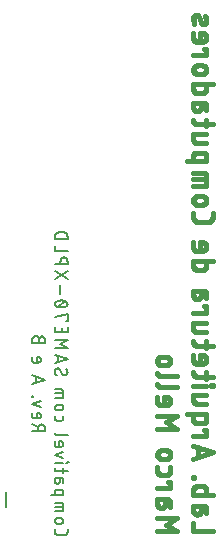
<source format=gbr>
G04 EAGLE Gerber RS-274X export*
G75*
%MOMM*%
%FSLAX34Y34*%
%LPD*%
%INSilkscreen Bottom*%
%IPPOS*%
%AMOC8*
5,1,8,0,0,1.08239X$1,22.5*%
G01*
%ADD10C,0.406400*%
%ADD11C,0.203200*%


D10*
X264678Y46482D02*
X248422Y46482D01*
X248422Y53707D01*
X254744Y63746D02*
X254744Y67810D01*
X254744Y63746D02*
X254742Y63634D01*
X254736Y63523D01*
X254726Y63412D01*
X254713Y63301D01*
X254695Y63191D01*
X254673Y63082D01*
X254648Y62973D01*
X254619Y62865D01*
X254586Y62759D01*
X254549Y62653D01*
X254509Y62549D01*
X254465Y62447D01*
X254417Y62346D01*
X254366Y62247D01*
X254311Y62149D01*
X254253Y62054D01*
X254192Y61961D01*
X254127Y61870D01*
X254059Y61781D01*
X253988Y61695D01*
X253915Y61612D01*
X253838Y61531D01*
X253758Y61452D01*
X253676Y61377D01*
X253591Y61305D01*
X253504Y61235D01*
X253414Y61169D01*
X253322Y61106D01*
X253227Y61046D01*
X253131Y60990D01*
X253033Y60937D01*
X252933Y60888D01*
X252831Y60842D01*
X252728Y60800D01*
X252623Y60761D01*
X252517Y60726D01*
X252410Y60695D01*
X252302Y60668D01*
X252193Y60644D01*
X252083Y60625D01*
X251973Y60609D01*
X251862Y60597D01*
X251750Y60589D01*
X251639Y60585D01*
X251527Y60585D01*
X251416Y60589D01*
X251304Y60597D01*
X251193Y60609D01*
X251083Y60625D01*
X250973Y60644D01*
X250864Y60668D01*
X250756Y60695D01*
X250649Y60726D01*
X250543Y60761D01*
X250438Y60800D01*
X250335Y60842D01*
X250233Y60888D01*
X250133Y60937D01*
X250035Y60990D01*
X249939Y61046D01*
X249844Y61106D01*
X249752Y61169D01*
X249662Y61235D01*
X249575Y61305D01*
X249490Y61377D01*
X249408Y61452D01*
X249328Y61531D01*
X249251Y61612D01*
X249178Y61695D01*
X249107Y61781D01*
X249039Y61870D01*
X248974Y61961D01*
X248913Y62054D01*
X248855Y62149D01*
X248800Y62247D01*
X248749Y62346D01*
X248701Y62447D01*
X248657Y62549D01*
X248617Y62653D01*
X248580Y62759D01*
X248547Y62865D01*
X248518Y62973D01*
X248493Y63082D01*
X248471Y63191D01*
X248453Y63301D01*
X248440Y63412D01*
X248430Y63523D01*
X248424Y63634D01*
X248422Y63746D01*
X248422Y67810D01*
X256550Y67810D01*
X256550Y67809D02*
X256651Y67807D01*
X256752Y67801D01*
X256853Y67792D01*
X256954Y67779D01*
X257054Y67762D01*
X257153Y67741D01*
X257251Y67717D01*
X257348Y67689D01*
X257445Y67657D01*
X257540Y67622D01*
X257633Y67583D01*
X257725Y67541D01*
X257816Y67495D01*
X257905Y67446D01*
X257991Y67394D01*
X258076Y67338D01*
X258159Y67280D01*
X258239Y67218D01*
X258317Y67153D01*
X258393Y67086D01*
X258466Y67016D01*
X258536Y66943D01*
X258603Y66867D01*
X258668Y66789D01*
X258730Y66709D01*
X258788Y66626D01*
X258844Y66541D01*
X258896Y66455D01*
X258945Y66366D01*
X258991Y66275D01*
X259033Y66183D01*
X259072Y66090D01*
X259107Y65995D01*
X259139Y65898D01*
X259167Y65801D01*
X259191Y65703D01*
X259212Y65604D01*
X259229Y65504D01*
X259242Y65403D01*
X259251Y65302D01*
X259257Y65201D01*
X259259Y65100D01*
X259259Y61488D01*
X264678Y77176D02*
X248422Y77176D01*
X248422Y81692D01*
X248424Y81796D01*
X248430Y81899D01*
X248440Y82003D01*
X248454Y82106D01*
X248472Y82208D01*
X248493Y82309D01*
X248519Y82410D01*
X248548Y82509D01*
X248581Y82608D01*
X248618Y82705D01*
X248659Y82800D01*
X248703Y82894D01*
X248751Y82986D01*
X248802Y83076D01*
X248857Y83165D01*
X248915Y83251D01*
X248977Y83334D01*
X249041Y83416D01*
X249109Y83494D01*
X249179Y83570D01*
X249252Y83644D01*
X249329Y83714D01*
X249407Y83782D01*
X249489Y83846D01*
X249572Y83908D01*
X249658Y83966D01*
X249747Y84021D01*
X249837Y84072D01*
X249929Y84120D01*
X250023Y84164D01*
X250118Y84205D01*
X250215Y84242D01*
X250314Y84275D01*
X250413Y84304D01*
X250514Y84330D01*
X250615Y84351D01*
X250717Y84369D01*
X250820Y84383D01*
X250924Y84393D01*
X251027Y84399D01*
X251131Y84401D01*
X256550Y84401D01*
X256651Y84399D01*
X256752Y84393D01*
X256853Y84384D01*
X256954Y84371D01*
X257054Y84354D01*
X257153Y84333D01*
X257251Y84309D01*
X257348Y84281D01*
X257445Y84249D01*
X257540Y84214D01*
X257633Y84175D01*
X257725Y84133D01*
X257816Y84087D01*
X257905Y84038D01*
X257991Y83986D01*
X258076Y83930D01*
X258159Y83872D01*
X258239Y83810D01*
X258317Y83745D01*
X258393Y83678D01*
X258466Y83608D01*
X258536Y83535D01*
X258603Y83459D01*
X258668Y83381D01*
X258730Y83301D01*
X258788Y83218D01*
X258844Y83133D01*
X258896Y83047D01*
X258945Y82958D01*
X258991Y82867D01*
X259033Y82775D01*
X259072Y82682D01*
X259107Y82587D01*
X259139Y82490D01*
X259167Y82393D01*
X259191Y82295D01*
X259212Y82196D01*
X259229Y82096D01*
X259242Y81995D01*
X259251Y81894D01*
X259257Y81793D01*
X259259Y81692D01*
X259259Y77176D01*
X249325Y91266D02*
X248422Y91266D01*
X249325Y91266D02*
X249325Y92169D01*
X248422Y92169D01*
X248422Y91266D01*
X248422Y107854D02*
X264678Y113273D01*
X248422Y118692D01*
X252486Y117337D02*
X252486Y109209D01*
X248422Y126721D02*
X259259Y126721D01*
X259259Y132140D01*
X257453Y132140D01*
X259259Y145292D02*
X243003Y145292D01*
X259259Y145292D02*
X259259Y140776D01*
X259257Y140675D01*
X259251Y140574D01*
X259242Y140473D01*
X259229Y140372D01*
X259212Y140272D01*
X259191Y140173D01*
X259167Y140075D01*
X259139Y139978D01*
X259107Y139881D01*
X259072Y139786D01*
X259033Y139693D01*
X258991Y139601D01*
X258945Y139510D01*
X258896Y139421D01*
X258844Y139335D01*
X258788Y139250D01*
X258730Y139167D01*
X258668Y139087D01*
X258603Y139009D01*
X258536Y138933D01*
X258466Y138860D01*
X258393Y138790D01*
X258317Y138723D01*
X258239Y138658D01*
X258159Y138596D01*
X258076Y138538D01*
X257991Y138482D01*
X257905Y138430D01*
X257816Y138381D01*
X257725Y138335D01*
X257633Y138293D01*
X257540Y138254D01*
X257445Y138219D01*
X257348Y138187D01*
X257251Y138159D01*
X257153Y138135D01*
X257054Y138114D01*
X256954Y138097D01*
X256853Y138084D01*
X256752Y138075D01*
X256651Y138069D01*
X256550Y138067D01*
X251131Y138067D01*
X251030Y138069D01*
X250929Y138075D01*
X250828Y138084D01*
X250727Y138097D01*
X250627Y138114D01*
X250528Y138135D01*
X250430Y138159D01*
X250333Y138187D01*
X250236Y138219D01*
X250141Y138254D01*
X250048Y138293D01*
X249956Y138335D01*
X249865Y138381D01*
X249777Y138430D01*
X249690Y138482D01*
X249605Y138538D01*
X249522Y138596D01*
X249442Y138658D01*
X249364Y138723D01*
X249288Y138790D01*
X249215Y138860D01*
X249145Y138933D01*
X249078Y139009D01*
X249013Y139087D01*
X248951Y139167D01*
X248893Y139250D01*
X248837Y139335D01*
X248785Y139422D01*
X248736Y139510D01*
X248690Y139601D01*
X248648Y139693D01*
X248609Y139786D01*
X248574Y139881D01*
X248542Y139978D01*
X248514Y140075D01*
X248490Y140173D01*
X248469Y140272D01*
X248452Y140372D01*
X248439Y140473D01*
X248430Y140574D01*
X248424Y140675D01*
X248422Y140776D01*
X248422Y145292D01*
X251131Y154519D02*
X259259Y154519D01*
X251131Y154519D02*
X251030Y154521D01*
X250929Y154527D01*
X250828Y154536D01*
X250727Y154549D01*
X250627Y154566D01*
X250528Y154587D01*
X250430Y154611D01*
X250333Y154639D01*
X250236Y154671D01*
X250141Y154706D01*
X250048Y154745D01*
X249956Y154787D01*
X249865Y154833D01*
X249777Y154882D01*
X249690Y154934D01*
X249605Y154990D01*
X249522Y155048D01*
X249442Y155110D01*
X249364Y155175D01*
X249288Y155242D01*
X249215Y155312D01*
X249145Y155385D01*
X249078Y155461D01*
X249013Y155539D01*
X248951Y155619D01*
X248893Y155702D01*
X248837Y155787D01*
X248785Y155874D01*
X248736Y155962D01*
X248690Y156053D01*
X248648Y156145D01*
X248609Y156238D01*
X248574Y156333D01*
X248542Y156430D01*
X248514Y156527D01*
X248490Y156625D01*
X248469Y156724D01*
X248452Y156824D01*
X248439Y156925D01*
X248430Y157026D01*
X248424Y157127D01*
X248422Y157228D01*
X248422Y161744D01*
X259259Y161744D01*
X259259Y169783D02*
X248422Y169783D01*
X263775Y169331D02*
X264678Y169331D01*
X264678Y170234D01*
X263775Y170234D01*
X263775Y169331D01*
X259259Y175588D02*
X259259Y181007D01*
X264678Y177394D02*
X251131Y177394D01*
X251131Y177395D02*
X251030Y177397D01*
X250929Y177403D01*
X250828Y177412D01*
X250727Y177425D01*
X250627Y177442D01*
X250528Y177463D01*
X250430Y177487D01*
X250333Y177515D01*
X250236Y177547D01*
X250141Y177582D01*
X250048Y177621D01*
X249956Y177663D01*
X249865Y177709D01*
X249777Y177758D01*
X249690Y177810D01*
X249605Y177866D01*
X249522Y177924D01*
X249442Y177986D01*
X249364Y178051D01*
X249288Y178118D01*
X249215Y178188D01*
X249145Y178261D01*
X249078Y178337D01*
X249013Y178415D01*
X248951Y178495D01*
X248893Y178578D01*
X248837Y178663D01*
X248785Y178750D01*
X248736Y178838D01*
X248690Y178929D01*
X248648Y179021D01*
X248609Y179114D01*
X248574Y179209D01*
X248542Y179306D01*
X248514Y179403D01*
X248490Y179501D01*
X248469Y179600D01*
X248452Y179700D01*
X248439Y179801D01*
X248430Y179902D01*
X248424Y180003D01*
X248422Y180104D01*
X248422Y181007D01*
X248422Y191017D02*
X248422Y195533D01*
X248422Y191017D02*
X248424Y190916D01*
X248430Y190815D01*
X248439Y190714D01*
X248452Y190613D01*
X248469Y190513D01*
X248490Y190414D01*
X248514Y190316D01*
X248542Y190219D01*
X248574Y190122D01*
X248609Y190027D01*
X248648Y189934D01*
X248690Y189842D01*
X248736Y189751D01*
X248785Y189663D01*
X248837Y189576D01*
X248893Y189491D01*
X248951Y189408D01*
X249013Y189328D01*
X249078Y189250D01*
X249145Y189174D01*
X249215Y189101D01*
X249288Y189031D01*
X249364Y188964D01*
X249442Y188899D01*
X249522Y188837D01*
X249605Y188779D01*
X249690Y188723D01*
X249777Y188671D01*
X249865Y188622D01*
X249956Y188576D01*
X250048Y188534D01*
X250141Y188495D01*
X250236Y188460D01*
X250333Y188428D01*
X250430Y188400D01*
X250528Y188376D01*
X250627Y188355D01*
X250727Y188338D01*
X250828Y188325D01*
X250929Y188316D01*
X251030Y188310D01*
X251131Y188308D01*
X255647Y188308D01*
X255766Y188310D01*
X255886Y188316D01*
X256005Y188326D01*
X256123Y188340D01*
X256242Y188357D01*
X256359Y188379D01*
X256476Y188404D01*
X256591Y188434D01*
X256706Y188467D01*
X256820Y188504D01*
X256932Y188544D01*
X257043Y188589D01*
X257152Y188637D01*
X257260Y188688D01*
X257366Y188743D01*
X257470Y188802D01*
X257572Y188864D01*
X257672Y188929D01*
X257770Y188998D01*
X257866Y189070D01*
X257959Y189145D01*
X258049Y189222D01*
X258137Y189303D01*
X258222Y189387D01*
X258304Y189474D01*
X258384Y189563D01*
X258460Y189655D01*
X258534Y189749D01*
X258604Y189846D01*
X258671Y189944D01*
X258735Y190045D01*
X258795Y190149D01*
X258852Y190254D01*
X258905Y190361D01*
X258955Y190469D01*
X259001Y190579D01*
X259043Y190691D01*
X259082Y190804D01*
X259117Y190918D01*
X259148Y191033D01*
X259176Y191150D01*
X259199Y191267D01*
X259219Y191384D01*
X259235Y191503D01*
X259247Y191622D01*
X259255Y191741D01*
X259259Y191860D01*
X259259Y191980D01*
X259255Y192099D01*
X259247Y192218D01*
X259235Y192337D01*
X259219Y192456D01*
X259199Y192573D01*
X259176Y192690D01*
X259148Y192807D01*
X259117Y192922D01*
X259082Y193036D01*
X259043Y193149D01*
X259001Y193261D01*
X258955Y193371D01*
X258905Y193479D01*
X258852Y193586D01*
X258795Y193691D01*
X258735Y193795D01*
X258671Y193896D01*
X258604Y193994D01*
X258534Y194091D01*
X258460Y194185D01*
X258384Y194277D01*
X258304Y194366D01*
X258222Y194453D01*
X258137Y194537D01*
X258049Y194618D01*
X257959Y194695D01*
X257866Y194770D01*
X257770Y194842D01*
X257672Y194911D01*
X257572Y194976D01*
X257470Y195038D01*
X257366Y195097D01*
X257260Y195152D01*
X257152Y195203D01*
X257043Y195251D01*
X256932Y195296D01*
X256820Y195336D01*
X256706Y195373D01*
X256591Y195406D01*
X256476Y195436D01*
X256359Y195461D01*
X256242Y195483D01*
X256123Y195500D01*
X256005Y195514D01*
X255886Y195524D01*
X255766Y195530D01*
X255647Y195532D01*
X255647Y195533D02*
X253841Y195533D01*
X253841Y188308D01*
X259259Y201804D02*
X259259Y207222D01*
X264678Y203610D02*
X251131Y203610D01*
X251030Y203612D01*
X250929Y203618D01*
X250828Y203627D01*
X250727Y203640D01*
X250627Y203657D01*
X250528Y203678D01*
X250430Y203702D01*
X250333Y203730D01*
X250236Y203762D01*
X250141Y203797D01*
X250048Y203836D01*
X249956Y203878D01*
X249865Y203924D01*
X249777Y203973D01*
X249690Y204025D01*
X249605Y204081D01*
X249522Y204139D01*
X249442Y204201D01*
X249364Y204266D01*
X249288Y204333D01*
X249215Y204403D01*
X249145Y204476D01*
X249078Y204552D01*
X249013Y204630D01*
X248951Y204710D01*
X248893Y204793D01*
X248837Y204878D01*
X248785Y204965D01*
X248736Y205053D01*
X248690Y205144D01*
X248648Y205236D01*
X248609Y205329D01*
X248574Y205424D01*
X248542Y205521D01*
X248514Y205618D01*
X248490Y205716D01*
X248469Y205815D01*
X248452Y205915D01*
X248439Y206016D01*
X248430Y206117D01*
X248424Y206218D01*
X248422Y206319D01*
X248422Y207222D01*
X251131Y215106D02*
X259259Y215106D01*
X251131Y215107D02*
X251030Y215109D01*
X250929Y215115D01*
X250828Y215124D01*
X250727Y215137D01*
X250627Y215154D01*
X250528Y215175D01*
X250430Y215199D01*
X250333Y215227D01*
X250236Y215259D01*
X250141Y215294D01*
X250048Y215333D01*
X249956Y215375D01*
X249865Y215421D01*
X249777Y215470D01*
X249690Y215522D01*
X249605Y215578D01*
X249522Y215636D01*
X249442Y215698D01*
X249364Y215763D01*
X249288Y215830D01*
X249215Y215900D01*
X249145Y215973D01*
X249078Y216049D01*
X249013Y216127D01*
X248951Y216207D01*
X248893Y216290D01*
X248837Y216375D01*
X248785Y216462D01*
X248736Y216550D01*
X248690Y216641D01*
X248648Y216733D01*
X248609Y216826D01*
X248574Y216921D01*
X248542Y217018D01*
X248514Y217115D01*
X248490Y217213D01*
X248469Y217312D01*
X248452Y217412D01*
X248439Y217513D01*
X248430Y217614D01*
X248424Y217715D01*
X248422Y217816D01*
X248422Y222331D01*
X259259Y222331D01*
X259259Y231584D02*
X248422Y231584D01*
X259259Y231584D02*
X259259Y237003D01*
X257453Y237003D01*
X254744Y246091D02*
X254744Y250155D01*
X254744Y246091D02*
X254742Y245979D01*
X254736Y245868D01*
X254726Y245757D01*
X254713Y245646D01*
X254695Y245536D01*
X254673Y245427D01*
X254648Y245318D01*
X254619Y245210D01*
X254586Y245104D01*
X254549Y244998D01*
X254509Y244894D01*
X254465Y244792D01*
X254417Y244691D01*
X254366Y244592D01*
X254311Y244494D01*
X254253Y244399D01*
X254192Y244306D01*
X254127Y244215D01*
X254059Y244126D01*
X253988Y244040D01*
X253915Y243957D01*
X253838Y243876D01*
X253758Y243797D01*
X253676Y243722D01*
X253591Y243650D01*
X253504Y243580D01*
X253414Y243514D01*
X253322Y243451D01*
X253227Y243391D01*
X253131Y243335D01*
X253033Y243282D01*
X252933Y243233D01*
X252831Y243187D01*
X252728Y243145D01*
X252623Y243106D01*
X252517Y243071D01*
X252410Y243040D01*
X252302Y243013D01*
X252193Y242989D01*
X252083Y242970D01*
X251973Y242954D01*
X251862Y242942D01*
X251750Y242934D01*
X251639Y242930D01*
X251527Y242930D01*
X251416Y242934D01*
X251304Y242942D01*
X251193Y242954D01*
X251083Y242970D01*
X250973Y242989D01*
X250864Y243013D01*
X250756Y243040D01*
X250649Y243071D01*
X250543Y243106D01*
X250438Y243145D01*
X250335Y243187D01*
X250233Y243233D01*
X250133Y243282D01*
X250035Y243335D01*
X249939Y243391D01*
X249844Y243451D01*
X249752Y243514D01*
X249662Y243580D01*
X249575Y243650D01*
X249490Y243722D01*
X249408Y243797D01*
X249328Y243876D01*
X249251Y243957D01*
X249178Y244040D01*
X249107Y244126D01*
X249039Y244215D01*
X248974Y244306D01*
X248913Y244399D01*
X248855Y244494D01*
X248800Y244592D01*
X248749Y244691D01*
X248701Y244792D01*
X248657Y244894D01*
X248617Y244998D01*
X248580Y245104D01*
X248547Y245210D01*
X248518Y245318D01*
X248493Y245427D01*
X248471Y245536D01*
X248453Y245646D01*
X248440Y245757D01*
X248430Y245868D01*
X248424Y245979D01*
X248422Y246091D01*
X248422Y250155D01*
X256550Y250155D01*
X256651Y250153D01*
X256752Y250147D01*
X256853Y250138D01*
X256954Y250125D01*
X257054Y250108D01*
X257153Y250087D01*
X257251Y250063D01*
X257348Y250035D01*
X257445Y250003D01*
X257540Y249968D01*
X257633Y249929D01*
X257725Y249887D01*
X257816Y249841D01*
X257905Y249792D01*
X257991Y249740D01*
X258076Y249684D01*
X258159Y249626D01*
X258239Y249564D01*
X258317Y249499D01*
X258393Y249432D01*
X258466Y249362D01*
X258536Y249289D01*
X258603Y249213D01*
X258668Y249135D01*
X258730Y249055D01*
X258788Y248972D01*
X258844Y248887D01*
X258896Y248801D01*
X258945Y248712D01*
X258991Y248621D01*
X259033Y248529D01*
X259072Y248436D01*
X259107Y248341D01*
X259139Y248244D01*
X259167Y248147D01*
X259191Y248049D01*
X259212Y247950D01*
X259229Y247850D01*
X259242Y247749D01*
X259251Y247648D01*
X259257Y247547D01*
X259259Y247446D01*
X259259Y243833D01*
X264678Y275206D02*
X248422Y275206D01*
X248422Y270690D01*
X248424Y270589D01*
X248430Y270488D01*
X248439Y270387D01*
X248452Y270286D01*
X248469Y270186D01*
X248490Y270087D01*
X248514Y269989D01*
X248542Y269892D01*
X248574Y269795D01*
X248609Y269700D01*
X248648Y269607D01*
X248690Y269515D01*
X248736Y269424D01*
X248785Y269336D01*
X248837Y269249D01*
X248893Y269164D01*
X248951Y269081D01*
X249013Y269001D01*
X249078Y268923D01*
X249145Y268847D01*
X249215Y268774D01*
X249288Y268704D01*
X249364Y268637D01*
X249442Y268572D01*
X249522Y268510D01*
X249605Y268452D01*
X249690Y268396D01*
X249777Y268344D01*
X249865Y268295D01*
X249956Y268249D01*
X250048Y268207D01*
X250141Y268168D01*
X250236Y268133D01*
X250333Y268101D01*
X250430Y268073D01*
X250528Y268049D01*
X250627Y268028D01*
X250727Y268011D01*
X250828Y267998D01*
X250929Y267989D01*
X251030Y267983D01*
X251131Y267981D01*
X256550Y267981D01*
X256651Y267983D01*
X256752Y267989D01*
X256853Y267998D01*
X256954Y268011D01*
X257054Y268028D01*
X257153Y268049D01*
X257251Y268073D01*
X257348Y268101D01*
X257445Y268133D01*
X257540Y268168D01*
X257633Y268207D01*
X257725Y268249D01*
X257816Y268295D01*
X257905Y268344D01*
X257991Y268396D01*
X258076Y268452D01*
X258159Y268510D01*
X258239Y268572D01*
X258317Y268637D01*
X258393Y268704D01*
X258466Y268774D01*
X258536Y268847D01*
X258603Y268923D01*
X258668Y269001D01*
X258730Y269081D01*
X258788Y269164D01*
X258844Y269249D01*
X258896Y269336D01*
X258945Y269424D01*
X258991Y269515D01*
X259033Y269607D01*
X259072Y269700D01*
X259107Y269795D01*
X259139Y269892D01*
X259167Y269989D01*
X259191Y270087D01*
X259212Y270186D01*
X259229Y270286D01*
X259242Y270387D01*
X259251Y270488D01*
X259257Y270589D01*
X259259Y270690D01*
X259259Y275206D01*
X248422Y286559D02*
X248422Y291075D01*
X248422Y286559D02*
X248424Y286458D01*
X248430Y286357D01*
X248439Y286256D01*
X248452Y286155D01*
X248469Y286055D01*
X248490Y285956D01*
X248514Y285858D01*
X248542Y285761D01*
X248574Y285664D01*
X248609Y285569D01*
X248648Y285476D01*
X248690Y285384D01*
X248736Y285293D01*
X248785Y285205D01*
X248837Y285118D01*
X248893Y285033D01*
X248951Y284950D01*
X249013Y284870D01*
X249078Y284792D01*
X249145Y284716D01*
X249215Y284643D01*
X249288Y284573D01*
X249364Y284506D01*
X249442Y284441D01*
X249522Y284379D01*
X249605Y284321D01*
X249690Y284265D01*
X249777Y284213D01*
X249865Y284164D01*
X249956Y284118D01*
X250048Y284076D01*
X250141Y284037D01*
X250236Y284002D01*
X250333Y283970D01*
X250430Y283942D01*
X250528Y283918D01*
X250627Y283897D01*
X250727Y283880D01*
X250828Y283867D01*
X250929Y283858D01*
X251030Y283852D01*
X251131Y283850D01*
X255647Y283850D01*
X255766Y283852D01*
X255886Y283858D01*
X256005Y283868D01*
X256123Y283882D01*
X256242Y283899D01*
X256359Y283921D01*
X256476Y283946D01*
X256591Y283976D01*
X256706Y284009D01*
X256820Y284046D01*
X256932Y284086D01*
X257043Y284131D01*
X257152Y284179D01*
X257260Y284230D01*
X257366Y284285D01*
X257470Y284344D01*
X257572Y284406D01*
X257672Y284471D01*
X257770Y284540D01*
X257866Y284612D01*
X257959Y284687D01*
X258049Y284764D01*
X258137Y284845D01*
X258222Y284929D01*
X258304Y285016D01*
X258384Y285105D01*
X258460Y285197D01*
X258534Y285291D01*
X258604Y285388D01*
X258671Y285486D01*
X258735Y285587D01*
X258795Y285691D01*
X258852Y285796D01*
X258905Y285903D01*
X258955Y286011D01*
X259001Y286121D01*
X259043Y286233D01*
X259082Y286346D01*
X259117Y286460D01*
X259148Y286575D01*
X259176Y286692D01*
X259199Y286809D01*
X259219Y286926D01*
X259235Y287045D01*
X259247Y287164D01*
X259255Y287283D01*
X259259Y287402D01*
X259259Y287522D01*
X259255Y287641D01*
X259247Y287760D01*
X259235Y287879D01*
X259219Y287998D01*
X259199Y288115D01*
X259176Y288232D01*
X259148Y288349D01*
X259117Y288464D01*
X259082Y288578D01*
X259043Y288691D01*
X259001Y288803D01*
X258955Y288913D01*
X258905Y289021D01*
X258852Y289128D01*
X258795Y289233D01*
X258735Y289337D01*
X258671Y289438D01*
X258604Y289536D01*
X258534Y289633D01*
X258460Y289727D01*
X258384Y289819D01*
X258304Y289908D01*
X258222Y289995D01*
X258137Y290079D01*
X258049Y290160D01*
X257959Y290237D01*
X257866Y290312D01*
X257770Y290384D01*
X257672Y290453D01*
X257572Y290518D01*
X257470Y290580D01*
X257366Y290639D01*
X257260Y290694D01*
X257152Y290745D01*
X257043Y290793D01*
X256932Y290838D01*
X256820Y290878D01*
X256706Y290915D01*
X256591Y290948D01*
X256476Y290978D01*
X256359Y291003D01*
X256242Y291025D01*
X256123Y291042D01*
X256005Y291056D01*
X255886Y291066D01*
X255766Y291072D01*
X255647Y291074D01*
X255647Y291075D02*
X253841Y291075D01*
X253841Y283850D01*
X248422Y312120D02*
X248422Y315733D01*
X248422Y312120D02*
X248424Y312002D01*
X248430Y311884D01*
X248439Y311766D01*
X248453Y311649D01*
X248470Y311532D01*
X248491Y311415D01*
X248516Y311300D01*
X248545Y311185D01*
X248578Y311071D01*
X248614Y310959D01*
X248654Y310848D01*
X248697Y310738D01*
X248744Y310629D01*
X248794Y310522D01*
X248849Y310417D01*
X248906Y310314D01*
X248967Y310213D01*
X249031Y310113D01*
X249098Y310016D01*
X249168Y309921D01*
X249242Y309829D01*
X249318Y309738D01*
X249398Y309651D01*
X249480Y309566D01*
X249565Y309484D01*
X249652Y309404D01*
X249743Y309328D01*
X249835Y309254D01*
X249930Y309184D01*
X250027Y309117D01*
X250127Y309053D01*
X250228Y308992D01*
X250331Y308935D01*
X250436Y308880D01*
X250543Y308830D01*
X250652Y308783D01*
X250762Y308740D01*
X250873Y308700D01*
X250985Y308664D01*
X251099Y308631D01*
X251214Y308602D01*
X251329Y308577D01*
X251446Y308556D01*
X251563Y308539D01*
X251680Y308525D01*
X251798Y308516D01*
X251916Y308510D01*
X252034Y308508D01*
X261066Y308508D01*
X261066Y308509D02*
X261184Y308511D01*
X261302Y308517D01*
X261420Y308526D01*
X261537Y308540D01*
X261654Y308557D01*
X261771Y308578D01*
X261886Y308603D01*
X262001Y308632D01*
X262115Y308665D01*
X262227Y308701D01*
X262338Y308741D01*
X262448Y308784D01*
X262557Y308831D01*
X262664Y308881D01*
X262769Y308935D01*
X262872Y308993D01*
X262973Y309054D01*
X263073Y309118D01*
X263170Y309185D01*
X263265Y309255D01*
X263357Y309329D01*
X263448Y309405D01*
X263535Y309485D01*
X263620Y309567D01*
X263702Y309652D01*
X263782Y309739D01*
X263858Y309830D01*
X263932Y309922D01*
X264002Y310017D01*
X264069Y310114D01*
X264133Y310214D01*
X264194Y310315D01*
X264251Y310418D01*
X264305Y310523D01*
X264356Y310630D01*
X264403Y310739D01*
X264446Y310849D01*
X264486Y310960D01*
X264522Y311072D01*
X264555Y311186D01*
X264584Y311301D01*
X264609Y311416D01*
X264630Y311533D01*
X264647Y311650D01*
X264661Y311767D01*
X264670Y311885D01*
X264676Y312003D01*
X264678Y312121D01*
X264678Y312120D02*
X264678Y315733D01*
X255647Y322882D02*
X252034Y322882D01*
X255647Y322883D02*
X255766Y322885D01*
X255886Y322891D01*
X256005Y322901D01*
X256123Y322915D01*
X256242Y322932D01*
X256359Y322954D01*
X256476Y322979D01*
X256591Y323009D01*
X256706Y323042D01*
X256820Y323079D01*
X256932Y323119D01*
X257043Y323164D01*
X257152Y323212D01*
X257260Y323263D01*
X257366Y323318D01*
X257470Y323377D01*
X257572Y323439D01*
X257672Y323504D01*
X257770Y323573D01*
X257866Y323645D01*
X257959Y323720D01*
X258049Y323797D01*
X258137Y323878D01*
X258222Y323962D01*
X258304Y324049D01*
X258384Y324138D01*
X258460Y324230D01*
X258534Y324324D01*
X258604Y324421D01*
X258671Y324519D01*
X258735Y324620D01*
X258795Y324724D01*
X258852Y324829D01*
X258905Y324936D01*
X258955Y325044D01*
X259001Y325154D01*
X259043Y325266D01*
X259082Y325379D01*
X259117Y325493D01*
X259148Y325608D01*
X259176Y325725D01*
X259199Y325842D01*
X259219Y325959D01*
X259235Y326078D01*
X259247Y326197D01*
X259255Y326316D01*
X259259Y326435D01*
X259259Y326555D01*
X259255Y326674D01*
X259247Y326793D01*
X259235Y326912D01*
X259219Y327031D01*
X259199Y327148D01*
X259176Y327265D01*
X259148Y327382D01*
X259117Y327497D01*
X259082Y327611D01*
X259043Y327724D01*
X259001Y327836D01*
X258955Y327946D01*
X258905Y328054D01*
X258852Y328161D01*
X258795Y328266D01*
X258735Y328370D01*
X258671Y328471D01*
X258604Y328569D01*
X258534Y328666D01*
X258460Y328760D01*
X258384Y328852D01*
X258304Y328941D01*
X258222Y329028D01*
X258137Y329112D01*
X258049Y329193D01*
X257959Y329270D01*
X257866Y329345D01*
X257770Y329417D01*
X257672Y329486D01*
X257572Y329551D01*
X257470Y329613D01*
X257366Y329672D01*
X257260Y329727D01*
X257152Y329778D01*
X257043Y329826D01*
X256932Y329871D01*
X256820Y329911D01*
X256706Y329948D01*
X256591Y329981D01*
X256476Y330011D01*
X256359Y330036D01*
X256242Y330058D01*
X256123Y330075D01*
X256005Y330089D01*
X255886Y330099D01*
X255766Y330105D01*
X255647Y330107D01*
X252034Y330107D01*
X251915Y330105D01*
X251795Y330099D01*
X251676Y330089D01*
X251558Y330075D01*
X251439Y330058D01*
X251322Y330036D01*
X251205Y330011D01*
X251090Y329981D01*
X250975Y329948D01*
X250861Y329911D01*
X250749Y329871D01*
X250638Y329826D01*
X250529Y329778D01*
X250421Y329727D01*
X250315Y329672D01*
X250211Y329613D01*
X250109Y329551D01*
X250009Y329486D01*
X249911Y329417D01*
X249815Y329345D01*
X249722Y329270D01*
X249632Y329193D01*
X249544Y329112D01*
X249459Y329028D01*
X249377Y328941D01*
X249297Y328852D01*
X249221Y328760D01*
X249147Y328666D01*
X249077Y328569D01*
X249010Y328471D01*
X248946Y328370D01*
X248886Y328266D01*
X248829Y328161D01*
X248776Y328054D01*
X248726Y327946D01*
X248680Y327836D01*
X248638Y327724D01*
X248599Y327611D01*
X248564Y327497D01*
X248533Y327382D01*
X248505Y327265D01*
X248482Y327148D01*
X248462Y327031D01*
X248446Y326912D01*
X248434Y326793D01*
X248426Y326674D01*
X248422Y326555D01*
X248422Y326435D01*
X248426Y326316D01*
X248434Y326197D01*
X248446Y326078D01*
X248462Y325959D01*
X248482Y325842D01*
X248505Y325725D01*
X248533Y325608D01*
X248564Y325493D01*
X248599Y325379D01*
X248638Y325266D01*
X248680Y325154D01*
X248726Y325044D01*
X248776Y324936D01*
X248829Y324829D01*
X248886Y324724D01*
X248946Y324620D01*
X249010Y324519D01*
X249077Y324421D01*
X249147Y324324D01*
X249221Y324230D01*
X249297Y324138D01*
X249377Y324049D01*
X249459Y323962D01*
X249544Y323878D01*
X249632Y323797D01*
X249722Y323720D01*
X249815Y323645D01*
X249911Y323573D01*
X250009Y323504D01*
X250109Y323439D01*
X250211Y323377D01*
X250315Y323318D01*
X250421Y323263D01*
X250529Y323212D01*
X250638Y323164D01*
X250749Y323119D01*
X250861Y323079D01*
X250975Y323042D01*
X251090Y323009D01*
X251205Y322979D01*
X251322Y322954D01*
X251439Y322932D01*
X251558Y322915D01*
X251676Y322901D01*
X251795Y322891D01*
X251915Y322885D01*
X252034Y322883D01*
X248422Y339136D02*
X259259Y339136D01*
X259259Y347264D01*
X259257Y347365D01*
X259251Y347466D01*
X259242Y347567D01*
X259229Y347668D01*
X259212Y347768D01*
X259191Y347867D01*
X259167Y347965D01*
X259139Y348062D01*
X259107Y348159D01*
X259072Y348254D01*
X259033Y348347D01*
X258991Y348439D01*
X258945Y348530D01*
X258896Y348619D01*
X258844Y348705D01*
X258788Y348790D01*
X258730Y348873D01*
X258668Y348953D01*
X258603Y349031D01*
X258536Y349107D01*
X258466Y349180D01*
X258393Y349250D01*
X258317Y349317D01*
X258239Y349382D01*
X258159Y349444D01*
X258076Y349502D01*
X257991Y349558D01*
X257905Y349610D01*
X257816Y349659D01*
X257725Y349705D01*
X257633Y349747D01*
X257540Y349786D01*
X257445Y349821D01*
X257348Y349853D01*
X257251Y349881D01*
X257153Y349905D01*
X257054Y349926D01*
X256954Y349943D01*
X256853Y349956D01*
X256752Y349965D01*
X256651Y349971D01*
X256550Y349973D01*
X248422Y349973D01*
X248422Y344554D02*
X259259Y344554D01*
X259259Y359724D02*
X243003Y359724D01*
X259259Y359724D02*
X259259Y364239D01*
X259257Y364340D01*
X259251Y364441D01*
X259242Y364542D01*
X259229Y364643D01*
X259212Y364743D01*
X259191Y364842D01*
X259167Y364940D01*
X259139Y365037D01*
X259107Y365134D01*
X259072Y365229D01*
X259033Y365322D01*
X258991Y365414D01*
X258945Y365505D01*
X258896Y365594D01*
X258844Y365680D01*
X258788Y365765D01*
X258730Y365848D01*
X258668Y365928D01*
X258603Y366006D01*
X258536Y366082D01*
X258466Y366155D01*
X258393Y366225D01*
X258317Y366292D01*
X258239Y366357D01*
X258159Y366419D01*
X258076Y366477D01*
X257991Y366533D01*
X257905Y366585D01*
X257816Y366634D01*
X257725Y366680D01*
X257633Y366722D01*
X257540Y366761D01*
X257445Y366796D01*
X257348Y366828D01*
X257251Y366856D01*
X257153Y366880D01*
X257054Y366901D01*
X256954Y366918D01*
X256853Y366931D01*
X256752Y366940D01*
X256651Y366946D01*
X256550Y366948D01*
X256550Y366949D02*
X251131Y366949D01*
X251131Y366948D02*
X251030Y366946D01*
X250929Y366940D01*
X250828Y366931D01*
X250727Y366918D01*
X250627Y366901D01*
X250528Y366880D01*
X250430Y366856D01*
X250333Y366828D01*
X250236Y366796D01*
X250141Y366761D01*
X250048Y366722D01*
X249956Y366680D01*
X249865Y366634D01*
X249777Y366585D01*
X249690Y366533D01*
X249605Y366477D01*
X249522Y366419D01*
X249442Y366357D01*
X249364Y366292D01*
X249288Y366225D01*
X249215Y366155D01*
X249145Y366082D01*
X249078Y366006D01*
X249013Y365928D01*
X248951Y365848D01*
X248893Y365765D01*
X248837Y365680D01*
X248785Y365594D01*
X248736Y365505D01*
X248690Y365414D01*
X248648Y365322D01*
X248609Y365229D01*
X248574Y365134D01*
X248542Y365037D01*
X248514Y364940D01*
X248490Y364842D01*
X248469Y364743D01*
X248452Y364643D01*
X248439Y364542D01*
X248430Y364441D01*
X248424Y364340D01*
X248422Y364239D01*
X248422Y359724D01*
X251131Y375314D02*
X259259Y375314D01*
X251131Y375314D02*
X251030Y375316D01*
X250929Y375322D01*
X250828Y375331D01*
X250727Y375344D01*
X250627Y375361D01*
X250528Y375382D01*
X250430Y375406D01*
X250333Y375434D01*
X250236Y375466D01*
X250141Y375501D01*
X250048Y375540D01*
X249956Y375582D01*
X249865Y375628D01*
X249777Y375677D01*
X249690Y375729D01*
X249605Y375785D01*
X249522Y375843D01*
X249442Y375905D01*
X249364Y375970D01*
X249288Y376037D01*
X249215Y376107D01*
X249145Y376180D01*
X249078Y376256D01*
X249013Y376334D01*
X248951Y376414D01*
X248893Y376497D01*
X248837Y376582D01*
X248785Y376669D01*
X248736Y376757D01*
X248690Y376848D01*
X248648Y376940D01*
X248609Y377033D01*
X248574Y377128D01*
X248542Y377225D01*
X248514Y377322D01*
X248490Y377420D01*
X248469Y377519D01*
X248452Y377619D01*
X248439Y377720D01*
X248430Y377821D01*
X248424Y377922D01*
X248422Y378023D01*
X248422Y382539D01*
X259259Y382539D01*
X259259Y389392D02*
X259259Y394811D01*
X264678Y391198D02*
X251131Y391198D01*
X251131Y391199D02*
X251030Y391201D01*
X250929Y391207D01*
X250828Y391216D01*
X250727Y391229D01*
X250627Y391246D01*
X250528Y391267D01*
X250430Y391291D01*
X250333Y391319D01*
X250236Y391351D01*
X250141Y391386D01*
X250048Y391425D01*
X249956Y391467D01*
X249865Y391513D01*
X249777Y391562D01*
X249690Y391614D01*
X249605Y391670D01*
X249522Y391728D01*
X249442Y391790D01*
X249364Y391855D01*
X249288Y391922D01*
X249215Y391992D01*
X249145Y392065D01*
X249078Y392141D01*
X249013Y392219D01*
X248951Y392299D01*
X248893Y392382D01*
X248837Y392467D01*
X248785Y392554D01*
X248736Y392642D01*
X248690Y392733D01*
X248648Y392825D01*
X248609Y392918D01*
X248574Y393013D01*
X248542Y393110D01*
X248514Y393207D01*
X248490Y393305D01*
X248469Y393404D01*
X248452Y393504D01*
X248439Y393605D01*
X248430Y393706D01*
X248424Y393807D01*
X248422Y393908D01*
X248422Y394811D01*
X254744Y405133D02*
X254744Y409197D01*
X254744Y405133D02*
X254742Y405021D01*
X254736Y404910D01*
X254726Y404799D01*
X254713Y404688D01*
X254695Y404578D01*
X254673Y404469D01*
X254648Y404360D01*
X254619Y404252D01*
X254586Y404146D01*
X254549Y404040D01*
X254509Y403936D01*
X254465Y403834D01*
X254417Y403733D01*
X254366Y403634D01*
X254311Y403536D01*
X254253Y403441D01*
X254192Y403348D01*
X254127Y403257D01*
X254059Y403168D01*
X253988Y403082D01*
X253915Y402999D01*
X253838Y402918D01*
X253758Y402839D01*
X253676Y402764D01*
X253591Y402692D01*
X253504Y402622D01*
X253414Y402556D01*
X253322Y402493D01*
X253227Y402433D01*
X253131Y402377D01*
X253033Y402324D01*
X252933Y402275D01*
X252831Y402229D01*
X252728Y402187D01*
X252623Y402148D01*
X252517Y402113D01*
X252410Y402082D01*
X252302Y402055D01*
X252193Y402031D01*
X252083Y402012D01*
X251973Y401996D01*
X251862Y401984D01*
X251750Y401976D01*
X251639Y401972D01*
X251527Y401972D01*
X251416Y401976D01*
X251304Y401984D01*
X251193Y401996D01*
X251083Y402012D01*
X250973Y402031D01*
X250864Y402055D01*
X250756Y402082D01*
X250649Y402113D01*
X250543Y402148D01*
X250438Y402187D01*
X250335Y402229D01*
X250233Y402275D01*
X250133Y402324D01*
X250035Y402377D01*
X249939Y402433D01*
X249844Y402493D01*
X249752Y402556D01*
X249662Y402622D01*
X249575Y402692D01*
X249490Y402764D01*
X249408Y402839D01*
X249328Y402918D01*
X249251Y402999D01*
X249178Y403082D01*
X249107Y403168D01*
X249039Y403257D01*
X248974Y403348D01*
X248913Y403441D01*
X248855Y403536D01*
X248800Y403634D01*
X248749Y403733D01*
X248701Y403834D01*
X248657Y403936D01*
X248617Y404040D01*
X248580Y404146D01*
X248547Y404252D01*
X248518Y404360D01*
X248493Y404469D01*
X248471Y404578D01*
X248453Y404688D01*
X248440Y404799D01*
X248430Y404910D01*
X248424Y405021D01*
X248422Y405133D01*
X248422Y409197D01*
X256550Y409197D01*
X256651Y409195D01*
X256752Y409189D01*
X256853Y409180D01*
X256954Y409167D01*
X257054Y409150D01*
X257153Y409129D01*
X257251Y409105D01*
X257348Y409077D01*
X257445Y409045D01*
X257540Y409010D01*
X257633Y408971D01*
X257725Y408929D01*
X257816Y408883D01*
X257905Y408834D01*
X257991Y408782D01*
X258076Y408726D01*
X258159Y408668D01*
X258239Y408606D01*
X258317Y408541D01*
X258393Y408474D01*
X258466Y408404D01*
X258536Y408331D01*
X258603Y408255D01*
X258668Y408177D01*
X258730Y408097D01*
X258788Y408014D01*
X258844Y407929D01*
X258896Y407843D01*
X258945Y407754D01*
X258991Y407663D01*
X259033Y407571D01*
X259072Y407478D01*
X259107Y407383D01*
X259139Y407286D01*
X259167Y407189D01*
X259191Y407091D01*
X259212Y406992D01*
X259229Y406892D01*
X259242Y406791D01*
X259251Y406690D01*
X259257Y406589D01*
X259259Y406488D01*
X259259Y402876D01*
X264678Y424927D02*
X248422Y424927D01*
X248422Y420411D01*
X248424Y420310D01*
X248430Y420209D01*
X248439Y420108D01*
X248452Y420007D01*
X248469Y419907D01*
X248490Y419808D01*
X248514Y419710D01*
X248542Y419613D01*
X248574Y419516D01*
X248609Y419421D01*
X248648Y419328D01*
X248690Y419236D01*
X248736Y419145D01*
X248785Y419057D01*
X248837Y418970D01*
X248893Y418885D01*
X248951Y418802D01*
X249013Y418722D01*
X249078Y418644D01*
X249145Y418568D01*
X249215Y418495D01*
X249288Y418425D01*
X249364Y418358D01*
X249442Y418293D01*
X249522Y418231D01*
X249605Y418173D01*
X249690Y418117D01*
X249777Y418065D01*
X249865Y418016D01*
X249956Y417970D01*
X250048Y417928D01*
X250141Y417889D01*
X250236Y417854D01*
X250333Y417822D01*
X250430Y417794D01*
X250528Y417770D01*
X250627Y417749D01*
X250727Y417732D01*
X250828Y417719D01*
X250929Y417710D01*
X251030Y417704D01*
X251131Y417702D01*
X256550Y417702D01*
X256651Y417704D01*
X256752Y417710D01*
X256853Y417719D01*
X256954Y417732D01*
X257054Y417749D01*
X257153Y417770D01*
X257251Y417794D01*
X257348Y417822D01*
X257445Y417854D01*
X257540Y417889D01*
X257633Y417928D01*
X257725Y417970D01*
X257816Y418016D01*
X257905Y418065D01*
X257991Y418117D01*
X258076Y418173D01*
X258159Y418231D01*
X258239Y418293D01*
X258317Y418358D01*
X258393Y418425D01*
X258466Y418495D01*
X258536Y418568D01*
X258603Y418644D01*
X258668Y418722D01*
X258730Y418802D01*
X258788Y418885D01*
X258844Y418970D01*
X258896Y419057D01*
X258945Y419145D01*
X258991Y419236D01*
X259033Y419328D01*
X259072Y419421D01*
X259107Y419516D01*
X259139Y419613D01*
X259167Y419710D01*
X259191Y419808D01*
X259212Y419907D01*
X259229Y420007D01*
X259242Y420108D01*
X259251Y420209D01*
X259257Y420310D01*
X259259Y420411D01*
X259259Y424927D01*
X255647Y433571D02*
X252034Y433571D01*
X255647Y433571D02*
X255766Y433573D01*
X255886Y433579D01*
X256005Y433589D01*
X256123Y433603D01*
X256242Y433620D01*
X256359Y433642D01*
X256476Y433667D01*
X256591Y433697D01*
X256706Y433730D01*
X256820Y433767D01*
X256932Y433807D01*
X257043Y433852D01*
X257152Y433900D01*
X257260Y433951D01*
X257366Y434006D01*
X257470Y434065D01*
X257572Y434127D01*
X257672Y434192D01*
X257770Y434261D01*
X257866Y434333D01*
X257959Y434408D01*
X258049Y434485D01*
X258137Y434566D01*
X258222Y434650D01*
X258304Y434737D01*
X258384Y434826D01*
X258460Y434918D01*
X258534Y435012D01*
X258604Y435109D01*
X258671Y435207D01*
X258735Y435308D01*
X258795Y435412D01*
X258852Y435517D01*
X258905Y435624D01*
X258955Y435732D01*
X259001Y435842D01*
X259043Y435954D01*
X259082Y436067D01*
X259117Y436181D01*
X259148Y436296D01*
X259176Y436413D01*
X259199Y436530D01*
X259219Y436647D01*
X259235Y436766D01*
X259247Y436885D01*
X259255Y437004D01*
X259259Y437123D01*
X259259Y437243D01*
X259255Y437362D01*
X259247Y437481D01*
X259235Y437600D01*
X259219Y437719D01*
X259199Y437836D01*
X259176Y437953D01*
X259148Y438070D01*
X259117Y438185D01*
X259082Y438299D01*
X259043Y438412D01*
X259001Y438524D01*
X258955Y438634D01*
X258905Y438742D01*
X258852Y438849D01*
X258795Y438954D01*
X258735Y439058D01*
X258671Y439159D01*
X258604Y439257D01*
X258534Y439354D01*
X258460Y439448D01*
X258384Y439540D01*
X258304Y439629D01*
X258222Y439716D01*
X258137Y439800D01*
X258049Y439881D01*
X257959Y439958D01*
X257866Y440033D01*
X257770Y440105D01*
X257672Y440174D01*
X257572Y440239D01*
X257470Y440301D01*
X257366Y440360D01*
X257260Y440415D01*
X257152Y440466D01*
X257043Y440514D01*
X256932Y440559D01*
X256820Y440599D01*
X256706Y440636D01*
X256591Y440669D01*
X256476Y440699D01*
X256359Y440724D01*
X256242Y440746D01*
X256123Y440763D01*
X256005Y440777D01*
X255886Y440787D01*
X255766Y440793D01*
X255647Y440795D01*
X255647Y440796D02*
X252034Y440796D01*
X252034Y440795D02*
X251915Y440793D01*
X251795Y440787D01*
X251676Y440777D01*
X251558Y440763D01*
X251439Y440746D01*
X251322Y440724D01*
X251205Y440699D01*
X251090Y440669D01*
X250975Y440636D01*
X250861Y440599D01*
X250749Y440559D01*
X250638Y440514D01*
X250529Y440466D01*
X250421Y440415D01*
X250315Y440360D01*
X250211Y440301D01*
X250109Y440239D01*
X250009Y440174D01*
X249911Y440105D01*
X249815Y440033D01*
X249722Y439958D01*
X249632Y439881D01*
X249544Y439800D01*
X249459Y439716D01*
X249377Y439629D01*
X249297Y439540D01*
X249221Y439448D01*
X249147Y439354D01*
X249077Y439257D01*
X249010Y439159D01*
X248946Y439058D01*
X248886Y438954D01*
X248829Y438849D01*
X248776Y438742D01*
X248726Y438634D01*
X248680Y438524D01*
X248638Y438412D01*
X248599Y438299D01*
X248564Y438185D01*
X248533Y438070D01*
X248505Y437953D01*
X248482Y437836D01*
X248462Y437719D01*
X248446Y437600D01*
X248434Y437481D01*
X248426Y437362D01*
X248422Y437243D01*
X248422Y437123D01*
X248426Y437004D01*
X248434Y436885D01*
X248446Y436766D01*
X248462Y436647D01*
X248482Y436530D01*
X248505Y436413D01*
X248533Y436296D01*
X248564Y436181D01*
X248599Y436067D01*
X248638Y435954D01*
X248680Y435842D01*
X248726Y435732D01*
X248776Y435624D01*
X248829Y435517D01*
X248886Y435412D01*
X248946Y435308D01*
X249010Y435207D01*
X249077Y435109D01*
X249147Y435012D01*
X249221Y434918D01*
X249297Y434826D01*
X249377Y434737D01*
X249459Y434650D01*
X249544Y434566D01*
X249632Y434485D01*
X249722Y434408D01*
X249815Y434333D01*
X249911Y434261D01*
X250009Y434192D01*
X250109Y434127D01*
X250211Y434065D01*
X250315Y434006D01*
X250421Y433951D01*
X250529Y433900D01*
X250638Y433852D01*
X250749Y433807D01*
X250861Y433767D01*
X250975Y433730D01*
X251090Y433697D01*
X251205Y433667D01*
X251322Y433642D01*
X251439Y433620D01*
X251558Y433603D01*
X251676Y433589D01*
X251795Y433579D01*
X251915Y433573D01*
X252034Y433571D01*
X248422Y449466D02*
X259259Y449466D01*
X259259Y454885D01*
X257453Y454885D01*
X248422Y463661D02*
X248422Y468177D01*
X248422Y463661D02*
X248424Y463560D01*
X248430Y463459D01*
X248439Y463358D01*
X248452Y463257D01*
X248469Y463157D01*
X248490Y463058D01*
X248514Y462960D01*
X248542Y462863D01*
X248574Y462766D01*
X248609Y462671D01*
X248648Y462578D01*
X248690Y462486D01*
X248736Y462395D01*
X248785Y462307D01*
X248837Y462220D01*
X248893Y462135D01*
X248951Y462052D01*
X249013Y461972D01*
X249078Y461894D01*
X249145Y461818D01*
X249215Y461745D01*
X249288Y461675D01*
X249364Y461608D01*
X249442Y461543D01*
X249522Y461481D01*
X249605Y461423D01*
X249690Y461367D01*
X249777Y461315D01*
X249865Y461266D01*
X249956Y461220D01*
X250048Y461178D01*
X250141Y461139D01*
X250236Y461104D01*
X250333Y461072D01*
X250430Y461044D01*
X250528Y461020D01*
X250627Y460999D01*
X250727Y460982D01*
X250828Y460969D01*
X250929Y460960D01*
X251030Y460954D01*
X251131Y460952D01*
X255647Y460952D01*
X255766Y460954D01*
X255886Y460960D01*
X256005Y460970D01*
X256123Y460984D01*
X256242Y461001D01*
X256359Y461023D01*
X256476Y461048D01*
X256591Y461078D01*
X256706Y461111D01*
X256820Y461148D01*
X256932Y461188D01*
X257043Y461233D01*
X257152Y461281D01*
X257260Y461332D01*
X257366Y461387D01*
X257470Y461446D01*
X257572Y461508D01*
X257672Y461573D01*
X257770Y461642D01*
X257866Y461714D01*
X257959Y461789D01*
X258049Y461866D01*
X258137Y461947D01*
X258222Y462031D01*
X258304Y462118D01*
X258384Y462207D01*
X258460Y462299D01*
X258534Y462393D01*
X258604Y462490D01*
X258671Y462588D01*
X258735Y462689D01*
X258795Y462793D01*
X258852Y462898D01*
X258905Y463005D01*
X258955Y463113D01*
X259001Y463223D01*
X259043Y463335D01*
X259082Y463448D01*
X259117Y463562D01*
X259148Y463677D01*
X259176Y463794D01*
X259199Y463911D01*
X259219Y464028D01*
X259235Y464147D01*
X259247Y464266D01*
X259255Y464385D01*
X259259Y464504D01*
X259259Y464624D01*
X259255Y464743D01*
X259247Y464862D01*
X259235Y464981D01*
X259219Y465100D01*
X259199Y465217D01*
X259176Y465334D01*
X259148Y465451D01*
X259117Y465566D01*
X259082Y465680D01*
X259043Y465793D01*
X259001Y465905D01*
X258955Y466015D01*
X258905Y466123D01*
X258852Y466230D01*
X258795Y466335D01*
X258735Y466439D01*
X258671Y466540D01*
X258604Y466638D01*
X258534Y466735D01*
X258460Y466829D01*
X258384Y466921D01*
X258304Y467010D01*
X258222Y467097D01*
X258137Y467181D01*
X258049Y467262D01*
X257959Y467339D01*
X257866Y467414D01*
X257770Y467486D01*
X257672Y467555D01*
X257572Y467620D01*
X257470Y467682D01*
X257366Y467741D01*
X257260Y467796D01*
X257152Y467847D01*
X257043Y467895D01*
X256932Y467940D01*
X256820Y467980D01*
X256706Y468017D01*
X256591Y468050D01*
X256476Y468080D01*
X256359Y468105D01*
X256242Y468127D01*
X256123Y468144D01*
X256005Y468158D01*
X255886Y468168D01*
X255766Y468174D01*
X255647Y468176D01*
X255647Y468177D02*
X253841Y468177D01*
X253841Y460952D01*
X254744Y477453D02*
X252938Y481969D01*
X254744Y477453D02*
X254781Y477365D01*
X254822Y477279D01*
X254866Y477194D01*
X254914Y477111D01*
X254965Y477031D01*
X255019Y476952D01*
X255077Y476876D01*
X255137Y476802D01*
X255201Y476730D01*
X255267Y476662D01*
X255337Y476596D01*
X255408Y476533D01*
X255483Y476472D01*
X255559Y476415D01*
X255638Y476362D01*
X255719Y476311D01*
X255802Y476264D01*
X255887Y476220D01*
X255974Y476180D01*
X256062Y476143D01*
X256152Y476110D01*
X256243Y476080D01*
X256335Y476055D01*
X256428Y476033D01*
X256522Y476015D01*
X256616Y476000D01*
X256711Y475990D01*
X256807Y475984D01*
X256902Y475981D01*
X256998Y475982D01*
X257093Y475988D01*
X257189Y475997D01*
X257283Y476010D01*
X257377Y476026D01*
X257471Y476047D01*
X257563Y476072D01*
X257654Y476100D01*
X257744Y476132D01*
X257833Y476167D01*
X257920Y476206D01*
X258006Y476249D01*
X258090Y476295D01*
X258171Y476345D01*
X258251Y476397D01*
X258329Y476453D01*
X258404Y476513D01*
X258476Y476575D01*
X258546Y476640D01*
X258614Y476708D01*
X258678Y476778D01*
X258740Y476851D01*
X258798Y476927D01*
X258854Y477005D01*
X258906Y477085D01*
X258955Y477167D01*
X259000Y477251D01*
X259042Y477337D01*
X259081Y477424D01*
X259116Y477513D01*
X259147Y477604D01*
X259174Y477695D01*
X259198Y477788D01*
X259218Y477881D01*
X259234Y477975D01*
X259246Y478070D01*
X259255Y478165D01*
X259259Y478261D01*
X259260Y478356D01*
X259253Y478603D01*
X259241Y478849D01*
X259223Y479095D01*
X259198Y479341D01*
X259168Y479585D01*
X259132Y479829D01*
X259091Y480072D01*
X259043Y480314D01*
X258989Y480555D01*
X258930Y480794D01*
X258865Y481032D01*
X258794Y481268D01*
X258718Y481503D01*
X258636Y481736D01*
X258548Y481966D01*
X258455Y482194D01*
X258357Y482421D01*
X252937Y481969D02*
X252900Y482057D01*
X252859Y482143D01*
X252815Y482228D01*
X252767Y482311D01*
X252716Y482391D01*
X252662Y482470D01*
X252604Y482546D01*
X252544Y482620D01*
X252480Y482692D01*
X252414Y482760D01*
X252344Y482826D01*
X252273Y482889D01*
X252198Y482950D01*
X252122Y483007D01*
X252043Y483060D01*
X251962Y483111D01*
X251879Y483158D01*
X251794Y483202D01*
X251707Y483242D01*
X251619Y483279D01*
X251529Y483312D01*
X251438Y483342D01*
X251346Y483367D01*
X251253Y483389D01*
X251159Y483407D01*
X251065Y483422D01*
X250970Y483432D01*
X250874Y483438D01*
X250779Y483441D01*
X250683Y483440D01*
X250588Y483434D01*
X250492Y483425D01*
X250398Y483412D01*
X250304Y483396D01*
X250210Y483375D01*
X250118Y483350D01*
X250027Y483322D01*
X249937Y483290D01*
X249848Y483255D01*
X249761Y483216D01*
X249675Y483173D01*
X249591Y483127D01*
X249510Y483077D01*
X249430Y483025D01*
X249352Y482969D01*
X249277Y482909D01*
X249205Y482847D01*
X249135Y482782D01*
X249067Y482714D01*
X249003Y482644D01*
X248941Y482571D01*
X248883Y482495D01*
X248827Y482417D01*
X248775Y482337D01*
X248726Y482255D01*
X248681Y482171D01*
X248639Y482085D01*
X248600Y481998D01*
X248565Y481909D01*
X248534Y481818D01*
X248507Y481727D01*
X248483Y481634D01*
X248463Y481541D01*
X248447Y481447D01*
X248435Y481352D01*
X248426Y481257D01*
X248422Y481161D01*
X248421Y481066D01*
X248422Y481066D02*
X248431Y480704D01*
X248449Y480342D01*
X248476Y479981D01*
X248511Y479621D01*
X248554Y479261D01*
X248606Y478902D01*
X248667Y478545D01*
X248736Y478190D01*
X248813Y477836D01*
X248899Y477484D01*
X248993Y477134D01*
X249096Y476786D01*
X249206Y476441D01*
X249325Y476099D01*
X234198Y46482D02*
X217942Y46482D01*
X225167Y51901D02*
X234198Y46482D01*
X225167Y51901D02*
X234198Y57319D01*
X217942Y57319D01*
X224264Y69369D02*
X224264Y73433D01*
X224264Y69369D02*
X224262Y69257D01*
X224256Y69146D01*
X224246Y69035D01*
X224233Y68924D01*
X224215Y68814D01*
X224193Y68705D01*
X224168Y68596D01*
X224139Y68488D01*
X224106Y68382D01*
X224069Y68276D01*
X224029Y68172D01*
X223985Y68070D01*
X223937Y67969D01*
X223886Y67870D01*
X223831Y67772D01*
X223773Y67677D01*
X223712Y67584D01*
X223647Y67493D01*
X223579Y67404D01*
X223508Y67318D01*
X223435Y67235D01*
X223358Y67154D01*
X223278Y67075D01*
X223196Y67000D01*
X223111Y66928D01*
X223024Y66858D01*
X222934Y66792D01*
X222842Y66729D01*
X222747Y66669D01*
X222651Y66613D01*
X222553Y66560D01*
X222453Y66511D01*
X222351Y66465D01*
X222248Y66423D01*
X222143Y66384D01*
X222037Y66349D01*
X221930Y66318D01*
X221822Y66291D01*
X221713Y66267D01*
X221603Y66248D01*
X221493Y66232D01*
X221382Y66220D01*
X221270Y66212D01*
X221159Y66208D01*
X221047Y66208D01*
X220936Y66212D01*
X220824Y66220D01*
X220713Y66232D01*
X220603Y66248D01*
X220493Y66267D01*
X220384Y66291D01*
X220276Y66318D01*
X220169Y66349D01*
X220063Y66384D01*
X219958Y66423D01*
X219855Y66465D01*
X219753Y66511D01*
X219653Y66560D01*
X219555Y66613D01*
X219459Y66669D01*
X219364Y66729D01*
X219272Y66792D01*
X219182Y66858D01*
X219095Y66928D01*
X219010Y67000D01*
X218928Y67075D01*
X218848Y67154D01*
X218771Y67235D01*
X218698Y67318D01*
X218627Y67404D01*
X218559Y67493D01*
X218494Y67584D01*
X218433Y67677D01*
X218375Y67772D01*
X218320Y67870D01*
X218269Y67969D01*
X218221Y68070D01*
X218177Y68172D01*
X218137Y68276D01*
X218100Y68382D01*
X218067Y68488D01*
X218038Y68596D01*
X218013Y68705D01*
X217991Y68814D01*
X217973Y68924D01*
X217960Y69035D01*
X217950Y69146D01*
X217944Y69257D01*
X217942Y69369D01*
X217942Y73433D01*
X226070Y73433D01*
X226171Y73431D01*
X226272Y73425D01*
X226373Y73416D01*
X226474Y73403D01*
X226574Y73386D01*
X226673Y73365D01*
X226771Y73341D01*
X226868Y73313D01*
X226965Y73281D01*
X227060Y73246D01*
X227153Y73207D01*
X227245Y73165D01*
X227336Y73119D01*
X227425Y73070D01*
X227511Y73018D01*
X227596Y72962D01*
X227679Y72904D01*
X227759Y72842D01*
X227837Y72777D01*
X227913Y72710D01*
X227986Y72640D01*
X228056Y72567D01*
X228123Y72491D01*
X228188Y72413D01*
X228250Y72333D01*
X228308Y72250D01*
X228364Y72165D01*
X228416Y72079D01*
X228465Y71990D01*
X228511Y71899D01*
X228553Y71807D01*
X228592Y71714D01*
X228627Y71619D01*
X228659Y71522D01*
X228687Y71425D01*
X228711Y71327D01*
X228732Y71228D01*
X228749Y71128D01*
X228762Y71027D01*
X228771Y70926D01*
X228777Y70825D01*
X228779Y70724D01*
X228779Y67112D01*
X228779Y82826D02*
X217942Y82826D01*
X228779Y82826D02*
X228779Y88245D01*
X226973Y88245D01*
X217942Y97056D02*
X217942Y100669D01*
X217942Y97056D02*
X217944Y96955D01*
X217950Y96854D01*
X217959Y96753D01*
X217972Y96652D01*
X217989Y96552D01*
X218010Y96453D01*
X218034Y96355D01*
X218062Y96258D01*
X218094Y96161D01*
X218129Y96066D01*
X218168Y95973D01*
X218210Y95881D01*
X218256Y95790D01*
X218305Y95702D01*
X218357Y95615D01*
X218413Y95530D01*
X218471Y95447D01*
X218533Y95367D01*
X218598Y95289D01*
X218665Y95213D01*
X218735Y95140D01*
X218808Y95070D01*
X218884Y95003D01*
X218962Y94938D01*
X219042Y94876D01*
X219125Y94818D01*
X219210Y94762D01*
X219297Y94710D01*
X219385Y94661D01*
X219476Y94615D01*
X219568Y94573D01*
X219661Y94534D01*
X219756Y94499D01*
X219853Y94467D01*
X219950Y94439D01*
X220048Y94415D01*
X220147Y94394D01*
X220247Y94377D01*
X220348Y94364D01*
X220449Y94355D01*
X220550Y94349D01*
X220651Y94347D01*
X226070Y94347D01*
X226171Y94349D01*
X226272Y94355D01*
X226373Y94364D01*
X226474Y94377D01*
X226574Y94394D01*
X226673Y94415D01*
X226771Y94439D01*
X226868Y94467D01*
X226965Y94499D01*
X227060Y94534D01*
X227153Y94573D01*
X227245Y94615D01*
X227336Y94661D01*
X227425Y94710D01*
X227511Y94762D01*
X227596Y94818D01*
X227679Y94876D01*
X227759Y94938D01*
X227837Y95003D01*
X227913Y95070D01*
X227986Y95140D01*
X228056Y95213D01*
X228123Y95289D01*
X228188Y95367D01*
X228250Y95447D01*
X228308Y95530D01*
X228364Y95615D01*
X228416Y95701D01*
X228465Y95790D01*
X228511Y95881D01*
X228553Y95973D01*
X228592Y96066D01*
X228627Y96161D01*
X228659Y96258D01*
X228687Y96355D01*
X228711Y96453D01*
X228732Y96552D01*
X228749Y96652D01*
X228762Y96753D01*
X228771Y96854D01*
X228777Y96955D01*
X228779Y97056D01*
X228779Y100669D01*
X225167Y107711D02*
X221554Y107711D01*
X225167Y107711D02*
X225286Y107713D01*
X225406Y107719D01*
X225525Y107729D01*
X225643Y107743D01*
X225762Y107760D01*
X225879Y107782D01*
X225996Y107807D01*
X226111Y107837D01*
X226226Y107870D01*
X226340Y107907D01*
X226452Y107947D01*
X226563Y107992D01*
X226672Y108040D01*
X226780Y108091D01*
X226886Y108146D01*
X226990Y108205D01*
X227092Y108267D01*
X227192Y108332D01*
X227290Y108401D01*
X227386Y108473D01*
X227479Y108548D01*
X227569Y108625D01*
X227657Y108706D01*
X227742Y108790D01*
X227824Y108877D01*
X227904Y108966D01*
X227980Y109058D01*
X228054Y109152D01*
X228124Y109249D01*
X228191Y109347D01*
X228255Y109448D01*
X228315Y109552D01*
X228372Y109657D01*
X228425Y109764D01*
X228475Y109872D01*
X228521Y109982D01*
X228563Y110094D01*
X228602Y110207D01*
X228637Y110321D01*
X228668Y110436D01*
X228696Y110553D01*
X228719Y110670D01*
X228739Y110787D01*
X228755Y110906D01*
X228767Y111025D01*
X228775Y111144D01*
X228779Y111263D01*
X228779Y111383D01*
X228775Y111502D01*
X228767Y111621D01*
X228755Y111740D01*
X228739Y111859D01*
X228719Y111976D01*
X228696Y112093D01*
X228668Y112210D01*
X228637Y112325D01*
X228602Y112439D01*
X228563Y112552D01*
X228521Y112664D01*
X228475Y112774D01*
X228425Y112882D01*
X228372Y112989D01*
X228315Y113094D01*
X228255Y113198D01*
X228191Y113299D01*
X228124Y113397D01*
X228054Y113494D01*
X227980Y113588D01*
X227904Y113680D01*
X227824Y113769D01*
X227742Y113856D01*
X227657Y113940D01*
X227569Y114021D01*
X227479Y114098D01*
X227386Y114173D01*
X227290Y114245D01*
X227192Y114314D01*
X227092Y114379D01*
X226990Y114441D01*
X226886Y114500D01*
X226780Y114555D01*
X226672Y114606D01*
X226563Y114654D01*
X226452Y114699D01*
X226340Y114739D01*
X226226Y114776D01*
X226111Y114809D01*
X225996Y114839D01*
X225879Y114864D01*
X225762Y114886D01*
X225643Y114903D01*
X225525Y114917D01*
X225406Y114927D01*
X225286Y114933D01*
X225167Y114935D01*
X225167Y114936D02*
X221554Y114936D01*
X221554Y114935D02*
X221435Y114933D01*
X221315Y114927D01*
X221196Y114917D01*
X221078Y114903D01*
X220959Y114886D01*
X220842Y114864D01*
X220725Y114839D01*
X220610Y114809D01*
X220495Y114776D01*
X220381Y114739D01*
X220269Y114699D01*
X220158Y114654D01*
X220049Y114606D01*
X219941Y114555D01*
X219835Y114500D01*
X219731Y114441D01*
X219629Y114379D01*
X219529Y114314D01*
X219431Y114245D01*
X219335Y114173D01*
X219242Y114098D01*
X219152Y114021D01*
X219064Y113940D01*
X218979Y113856D01*
X218897Y113769D01*
X218817Y113680D01*
X218741Y113588D01*
X218667Y113494D01*
X218597Y113397D01*
X218530Y113299D01*
X218466Y113198D01*
X218406Y113094D01*
X218349Y112989D01*
X218296Y112882D01*
X218246Y112774D01*
X218200Y112664D01*
X218158Y112552D01*
X218119Y112439D01*
X218084Y112325D01*
X218053Y112210D01*
X218025Y112093D01*
X218002Y111976D01*
X217982Y111859D01*
X217966Y111740D01*
X217954Y111621D01*
X217946Y111502D01*
X217942Y111383D01*
X217942Y111263D01*
X217946Y111144D01*
X217954Y111025D01*
X217966Y110906D01*
X217982Y110787D01*
X218002Y110670D01*
X218025Y110553D01*
X218053Y110436D01*
X218084Y110321D01*
X218119Y110207D01*
X218158Y110094D01*
X218200Y109982D01*
X218246Y109872D01*
X218296Y109764D01*
X218349Y109657D01*
X218406Y109552D01*
X218466Y109448D01*
X218530Y109347D01*
X218597Y109249D01*
X218667Y109152D01*
X218741Y109058D01*
X218817Y108966D01*
X218897Y108877D01*
X218979Y108790D01*
X219064Y108706D01*
X219152Y108625D01*
X219242Y108548D01*
X219335Y108473D01*
X219431Y108401D01*
X219529Y108332D01*
X219629Y108267D01*
X219731Y108205D01*
X219835Y108146D01*
X219941Y108091D01*
X220049Y108040D01*
X220158Y107992D01*
X220269Y107947D01*
X220381Y107907D01*
X220495Y107870D01*
X220610Y107837D01*
X220725Y107807D01*
X220842Y107782D01*
X220959Y107760D01*
X221078Y107743D01*
X221196Y107729D01*
X221315Y107719D01*
X221435Y107713D01*
X221554Y107711D01*
X217942Y133285D02*
X234198Y133285D01*
X225167Y138704D01*
X234198Y144123D01*
X217942Y144123D01*
X217942Y155861D02*
X217942Y160376D01*
X217942Y155861D02*
X217944Y155760D01*
X217950Y155659D01*
X217959Y155558D01*
X217972Y155457D01*
X217989Y155357D01*
X218010Y155258D01*
X218034Y155160D01*
X218062Y155063D01*
X218094Y154966D01*
X218129Y154871D01*
X218168Y154778D01*
X218210Y154686D01*
X218256Y154595D01*
X218305Y154507D01*
X218357Y154420D01*
X218413Y154335D01*
X218471Y154252D01*
X218533Y154172D01*
X218598Y154094D01*
X218665Y154018D01*
X218735Y153945D01*
X218808Y153875D01*
X218884Y153808D01*
X218962Y153743D01*
X219042Y153681D01*
X219125Y153623D01*
X219210Y153567D01*
X219297Y153515D01*
X219385Y153466D01*
X219476Y153420D01*
X219568Y153378D01*
X219661Y153339D01*
X219756Y153304D01*
X219853Y153272D01*
X219950Y153244D01*
X220048Y153220D01*
X220147Y153199D01*
X220247Y153182D01*
X220348Y153169D01*
X220449Y153160D01*
X220550Y153154D01*
X220651Y153152D01*
X220651Y153151D02*
X225167Y153151D01*
X225167Y153152D02*
X225286Y153154D01*
X225406Y153160D01*
X225525Y153170D01*
X225643Y153184D01*
X225762Y153201D01*
X225879Y153223D01*
X225996Y153248D01*
X226111Y153278D01*
X226226Y153311D01*
X226340Y153348D01*
X226452Y153388D01*
X226563Y153433D01*
X226672Y153481D01*
X226780Y153532D01*
X226886Y153587D01*
X226990Y153646D01*
X227092Y153708D01*
X227192Y153773D01*
X227290Y153842D01*
X227386Y153914D01*
X227479Y153989D01*
X227569Y154066D01*
X227657Y154147D01*
X227742Y154231D01*
X227824Y154318D01*
X227904Y154407D01*
X227980Y154499D01*
X228054Y154593D01*
X228124Y154690D01*
X228191Y154788D01*
X228255Y154889D01*
X228315Y154993D01*
X228372Y155098D01*
X228425Y155205D01*
X228475Y155313D01*
X228521Y155423D01*
X228563Y155535D01*
X228602Y155648D01*
X228637Y155762D01*
X228668Y155877D01*
X228696Y155994D01*
X228719Y156111D01*
X228739Y156228D01*
X228755Y156347D01*
X228767Y156466D01*
X228775Y156585D01*
X228779Y156704D01*
X228779Y156824D01*
X228775Y156943D01*
X228767Y157062D01*
X228755Y157181D01*
X228739Y157300D01*
X228719Y157417D01*
X228696Y157534D01*
X228668Y157651D01*
X228637Y157766D01*
X228602Y157880D01*
X228563Y157993D01*
X228521Y158105D01*
X228475Y158215D01*
X228425Y158323D01*
X228372Y158430D01*
X228315Y158535D01*
X228255Y158639D01*
X228191Y158740D01*
X228124Y158838D01*
X228054Y158935D01*
X227980Y159029D01*
X227904Y159121D01*
X227824Y159210D01*
X227742Y159297D01*
X227657Y159381D01*
X227569Y159462D01*
X227479Y159539D01*
X227386Y159614D01*
X227290Y159686D01*
X227192Y159755D01*
X227092Y159820D01*
X226990Y159882D01*
X226886Y159941D01*
X226780Y159996D01*
X226672Y160047D01*
X226563Y160095D01*
X226452Y160140D01*
X226340Y160180D01*
X226226Y160217D01*
X226111Y160250D01*
X225996Y160280D01*
X225879Y160305D01*
X225762Y160327D01*
X225643Y160344D01*
X225525Y160358D01*
X225406Y160368D01*
X225286Y160374D01*
X225167Y160376D01*
X223361Y160376D01*
X223361Y153151D01*
X220651Y168346D02*
X234198Y168346D01*
X220651Y168347D02*
X220550Y168349D01*
X220449Y168355D01*
X220348Y168364D01*
X220247Y168377D01*
X220147Y168394D01*
X220048Y168415D01*
X219950Y168439D01*
X219853Y168467D01*
X219756Y168499D01*
X219661Y168534D01*
X219568Y168573D01*
X219476Y168615D01*
X219385Y168661D01*
X219297Y168710D01*
X219210Y168762D01*
X219125Y168818D01*
X219042Y168876D01*
X218962Y168938D01*
X218884Y169003D01*
X218808Y169070D01*
X218735Y169140D01*
X218665Y169213D01*
X218598Y169289D01*
X218533Y169367D01*
X218471Y169447D01*
X218413Y169530D01*
X218357Y169615D01*
X218305Y169702D01*
X218256Y169790D01*
X218210Y169881D01*
X218168Y169973D01*
X218129Y170066D01*
X218094Y170161D01*
X218062Y170258D01*
X218034Y170355D01*
X218010Y170453D01*
X217989Y170552D01*
X217972Y170652D01*
X217959Y170753D01*
X217950Y170854D01*
X217944Y170955D01*
X217942Y171056D01*
X220651Y177668D02*
X234198Y177668D01*
X220651Y177668D02*
X220550Y177670D01*
X220449Y177676D01*
X220348Y177685D01*
X220247Y177698D01*
X220147Y177715D01*
X220048Y177736D01*
X219950Y177760D01*
X219853Y177788D01*
X219756Y177820D01*
X219661Y177855D01*
X219568Y177894D01*
X219476Y177936D01*
X219385Y177982D01*
X219297Y178031D01*
X219210Y178083D01*
X219125Y178139D01*
X219042Y178197D01*
X218962Y178259D01*
X218884Y178324D01*
X218808Y178391D01*
X218735Y178461D01*
X218665Y178534D01*
X218598Y178610D01*
X218533Y178688D01*
X218471Y178768D01*
X218413Y178851D01*
X218357Y178936D01*
X218305Y179023D01*
X218256Y179111D01*
X218210Y179202D01*
X218168Y179294D01*
X218129Y179387D01*
X218094Y179482D01*
X218062Y179579D01*
X218034Y179676D01*
X218010Y179774D01*
X217989Y179873D01*
X217972Y179973D01*
X217959Y180074D01*
X217950Y180175D01*
X217944Y180276D01*
X217942Y180377D01*
X221554Y186941D02*
X225167Y186941D01*
X225286Y186943D01*
X225406Y186949D01*
X225525Y186959D01*
X225643Y186973D01*
X225762Y186990D01*
X225879Y187012D01*
X225996Y187037D01*
X226111Y187067D01*
X226226Y187100D01*
X226340Y187137D01*
X226452Y187177D01*
X226563Y187222D01*
X226672Y187270D01*
X226780Y187321D01*
X226886Y187376D01*
X226990Y187435D01*
X227092Y187497D01*
X227192Y187562D01*
X227290Y187631D01*
X227386Y187703D01*
X227479Y187778D01*
X227569Y187855D01*
X227657Y187936D01*
X227742Y188020D01*
X227824Y188107D01*
X227904Y188196D01*
X227980Y188288D01*
X228054Y188382D01*
X228124Y188479D01*
X228191Y188577D01*
X228255Y188678D01*
X228315Y188782D01*
X228372Y188887D01*
X228425Y188994D01*
X228475Y189102D01*
X228521Y189212D01*
X228563Y189324D01*
X228602Y189437D01*
X228637Y189551D01*
X228668Y189666D01*
X228696Y189783D01*
X228719Y189900D01*
X228739Y190017D01*
X228755Y190136D01*
X228767Y190255D01*
X228775Y190374D01*
X228779Y190493D01*
X228779Y190613D01*
X228775Y190732D01*
X228767Y190851D01*
X228755Y190970D01*
X228739Y191089D01*
X228719Y191206D01*
X228696Y191323D01*
X228668Y191440D01*
X228637Y191555D01*
X228602Y191669D01*
X228563Y191782D01*
X228521Y191894D01*
X228475Y192004D01*
X228425Y192112D01*
X228372Y192219D01*
X228315Y192324D01*
X228255Y192428D01*
X228191Y192529D01*
X228124Y192627D01*
X228054Y192724D01*
X227980Y192818D01*
X227904Y192910D01*
X227824Y192999D01*
X227742Y193086D01*
X227657Y193170D01*
X227569Y193251D01*
X227479Y193328D01*
X227386Y193403D01*
X227290Y193475D01*
X227192Y193544D01*
X227092Y193609D01*
X226990Y193671D01*
X226886Y193730D01*
X226780Y193785D01*
X226672Y193836D01*
X226563Y193884D01*
X226452Y193929D01*
X226340Y193969D01*
X226226Y194006D01*
X226111Y194039D01*
X225996Y194069D01*
X225879Y194094D01*
X225762Y194116D01*
X225643Y194133D01*
X225525Y194147D01*
X225406Y194157D01*
X225286Y194163D01*
X225167Y194165D01*
X221554Y194165D01*
X221435Y194163D01*
X221315Y194157D01*
X221196Y194147D01*
X221078Y194133D01*
X220959Y194116D01*
X220842Y194094D01*
X220725Y194069D01*
X220610Y194039D01*
X220495Y194006D01*
X220381Y193969D01*
X220269Y193929D01*
X220158Y193884D01*
X220049Y193836D01*
X219941Y193785D01*
X219835Y193730D01*
X219731Y193671D01*
X219629Y193609D01*
X219529Y193544D01*
X219431Y193475D01*
X219335Y193403D01*
X219242Y193328D01*
X219152Y193251D01*
X219064Y193170D01*
X218979Y193086D01*
X218897Y192999D01*
X218817Y192910D01*
X218741Y192818D01*
X218667Y192724D01*
X218597Y192627D01*
X218530Y192529D01*
X218466Y192428D01*
X218406Y192324D01*
X218349Y192219D01*
X218296Y192112D01*
X218246Y192004D01*
X218200Y191894D01*
X218158Y191782D01*
X218119Y191669D01*
X218084Y191555D01*
X218053Y191440D01*
X218025Y191323D01*
X218002Y191206D01*
X217982Y191089D01*
X217966Y190970D01*
X217954Y190851D01*
X217946Y190732D01*
X217942Y190613D01*
X217942Y190493D01*
X217946Y190374D01*
X217954Y190255D01*
X217966Y190136D01*
X217982Y190017D01*
X218002Y189900D01*
X218025Y189783D01*
X218053Y189666D01*
X218084Y189551D01*
X218119Y189437D01*
X218158Y189324D01*
X218200Y189212D01*
X218246Y189102D01*
X218296Y188994D01*
X218349Y188887D01*
X218406Y188782D01*
X218466Y188678D01*
X218530Y188577D01*
X218597Y188479D01*
X218667Y188382D01*
X218741Y188288D01*
X218817Y188196D01*
X218897Y188107D01*
X218979Y188020D01*
X219064Y187936D01*
X219152Y187855D01*
X219242Y187778D01*
X219335Y187703D01*
X219431Y187631D01*
X219529Y187562D01*
X219629Y187497D01*
X219731Y187435D01*
X219835Y187376D01*
X219941Y187321D01*
X220049Y187270D01*
X220158Y187222D01*
X220269Y187177D01*
X220381Y187137D01*
X220495Y187100D01*
X220610Y187067D01*
X220725Y187037D01*
X220842Y187012D01*
X220959Y186990D01*
X221078Y186973D01*
X221196Y186959D01*
X221315Y186949D01*
X221435Y186943D01*
X221554Y186941D01*
D11*
X131191Y48235D02*
X131191Y45865D01*
X131193Y45770D01*
X131199Y45674D01*
X131208Y45579D01*
X131222Y45485D01*
X131239Y45391D01*
X131260Y45298D01*
X131285Y45205D01*
X131313Y45114D01*
X131345Y45024D01*
X131381Y44936D01*
X131420Y44849D01*
X131463Y44763D01*
X131509Y44680D01*
X131558Y44598D01*
X131611Y44518D01*
X131667Y44441D01*
X131725Y44365D01*
X131787Y44293D01*
X131852Y44223D01*
X131920Y44155D01*
X131990Y44090D01*
X132062Y44028D01*
X132138Y43970D01*
X132215Y43914D01*
X132295Y43861D01*
X132377Y43812D01*
X132460Y43766D01*
X132546Y43723D01*
X132633Y43684D01*
X132721Y43648D01*
X132811Y43616D01*
X132902Y43588D01*
X132995Y43563D01*
X133088Y43542D01*
X133182Y43525D01*
X133276Y43511D01*
X133371Y43502D01*
X133467Y43496D01*
X133562Y43494D01*
X139488Y43494D01*
X139583Y43496D01*
X139679Y43502D01*
X139774Y43511D01*
X139868Y43525D01*
X139962Y43542D01*
X140055Y43563D01*
X140148Y43588D01*
X140239Y43616D01*
X140329Y43648D01*
X140417Y43684D01*
X140504Y43723D01*
X140590Y43766D01*
X140673Y43812D01*
X140755Y43861D01*
X140835Y43914D01*
X140912Y43970D01*
X140988Y44028D01*
X141060Y44090D01*
X141130Y44155D01*
X141198Y44223D01*
X141263Y44293D01*
X141325Y44365D01*
X141383Y44441D01*
X141439Y44518D01*
X141492Y44598D01*
X141541Y44679D01*
X141587Y44763D01*
X141630Y44849D01*
X141669Y44936D01*
X141705Y45024D01*
X141737Y45114D01*
X141765Y45205D01*
X141790Y45298D01*
X141811Y45391D01*
X141828Y45485D01*
X141842Y45579D01*
X141851Y45674D01*
X141857Y45769D01*
X141859Y45865D01*
X141859Y48235D01*
X135932Y52899D02*
X133562Y52899D01*
X135932Y52899D02*
X136029Y52901D01*
X136125Y52907D01*
X136221Y52917D01*
X136317Y52931D01*
X136412Y52948D01*
X136507Y52970D01*
X136600Y52995D01*
X136692Y53024D01*
X136783Y53057D01*
X136873Y53094D01*
X136961Y53134D01*
X137047Y53178D01*
X137131Y53225D01*
X137214Y53275D01*
X137294Y53329D01*
X137372Y53387D01*
X137448Y53447D01*
X137521Y53510D01*
X137591Y53576D01*
X137659Y53646D01*
X137724Y53717D01*
X137786Y53792D01*
X137844Y53869D01*
X137900Y53948D01*
X137952Y54029D01*
X138001Y54113D01*
X138047Y54198D01*
X138089Y54285D01*
X138127Y54374D01*
X138162Y54464D01*
X138193Y54556D01*
X138220Y54649D01*
X138244Y54742D01*
X138263Y54837D01*
X138279Y54933D01*
X138291Y55029D01*
X138299Y55125D01*
X138303Y55222D01*
X138303Y55318D01*
X138299Y55415D01*
X138291Y55511D01*
X138279Y55607D01*
X138263Y55703D01*
X138244Y55798D01*
X138220Y55891D01*
X138193Y55984D01*
X138162Y56076D01*
X138127Y56166D01*
X138089Y56255D01*
X138047Y56342D01*
X138001Y56427D01*
X137952Y56511D01*
X137900Y56592D01*
X137844Y56671D01*
X137786Y56748D01*
X137724Y56823D01*
X137659Y56894D01*
X137591Y56964D01*
X137521Y57030D01*
X137448Y57093D01*
X137372Y57153D01*
X137294Y57211D01*
X137214Y57265D01*
X137131Y57315D01*
X137047Y57362D01*
X136961Y57406D01*
X136873Y57446D01*
X136783Y57483D01*
X136692Y57516D01*
X136600Y57545D01*
X136507Y57570D01*
X136412Y57592D01*
X136317Y57609D01*
X136221Y57623D01*
X136125Y57633D01*
X136029Y57639D01*
X135932Y57641D01*
X133562Y57641D01*
X133465Y57639D01*
X133369Y57633D01*
X133273Y57623D01*
X133177Y57609D01*
X133082Y57592D01*
X132987Y57570D01*
X132894Y57545D01*
X132802Y57516D01*
X132711Y57483D01*
X132621Y57446D01*
X132533Y57406D01*
X132447Y57362D01*
X132363Y57315D01*
X132280Y57265D01*
X132200Y57211D01*
X132122Y57153D01*
X132046Y57093D01*
X131973Y57030D01*
X131903Y56964D01*
X131835Y56894D01*
X131770Y56823D01*
X131708Y56748D01*
X131650Y56671D01*
X131594Y56592D01*
X131542Y56511D01*
X131493Y56427D01*
X131447Y56342D01*
X131405Y56255D01*
X131367Y56166D01*
X131332Y56076D01*
X131301Y55984D01*
X131274Y55891D01*
X131250Y55798D01*
X131231Y55703D01*
X131215Y55607D01*
X131203Y55511D01*
X131195Y55415D01*
X131191Y55318D01*
X131191Y55222D01*
X131195Y55125D01*
X131203Y55029D01*
X131215Y54933D01*
X131231Y54837D01*
X131250Y54742D01*
X131274Y54649D01*
X131301Y54556D01*
X131332Y54464D01*
X131367Y54374D01*
X131405Y54285D01*
X131447Y54198D01*
X131493Y54113D01*
X131542Y54029D01*
X131594Y53948D01*
X131650Y53869D01*
X131708Y53792D01*
X131770Y53717D01*
X131835Y53646D01*
X131903Y53576D01*
X131973Y53510D01*
X132046Y53447D01*
X132122Y53387D01*
X132200Y53329D01*
X132280Y53275D01*
X132363Y53225D01*
X132447Y53178D01*
X132533Y53134D01*
X132621Y53094D01*
X132711Y53057D01*
X132802Y53024D01*
X132894Y52995D01*
X132987Y52970D01*
X133082Y52948D01*
X133177Y52931D01*
X133273Y52917D01*
X133369Y52907D01*
X133465Y52901D01*
X133562Y52899D01*
X131191Y63525D02*
X138303Y63525D01*
X138303Y68859D01*
X138301Y68941D01*
X138295Y69023D01*
X138286Y69105D01*
X138273Y69186D01*
X138256Y69266D01*
X138235Y69346D01*
X138211Y69424D01*
X138183Y69501D01*
X138152Y69577D01*
X138117Y69652D01*
X138078Y69724D01*
X138037Y69795D01*
X137992Y69864D01*
X137944Y69930D01*
X137893Y69995D01*
X137839Y70057D01*
X137782Y70116D01*
X137723Y70173D01*
X137661Y70227D01*
X137596Y70278D01*
X137530Y70326D01*
X137461Y70371D01*
X137390Y70412D01*
X137318Y70451D01*
X137243Y70486D01*
X137167Y70517D01*
X137090Y70545D01*
X137012Y70569D01*
X136932Y70590D01*
X136852Y70607D01*
X136771Y70620D01*
X136689Y70629D01*
X136607Y70635D01*
X136525Y70637D01*
X131191Y70637D01*
X131191Y67081D02*
X138303Y67081D01*
X138303Y76991D02*
X127635Y76991D01*
X138303Y76991D02*
X138303Y79954D01*
X138301Y80036D01*
X138295Y80118D01*
X138286Y80200D01*
X138273Y80281D01*
X138256Y80361D01*
X138235Y80441D01*
X138211Y80519D01*
X138183Y80596D01*
X138152Y80672D01*
X138117Y80747D01*
X138078Y80819D01*
X138037Y80890D01*
X137992Y80959D01*
X137944Y81025D01*
X137893Y81090D01*
X137839Y81152D01*
X137782Y81211D01*
X137723Y81268D01*
X137661Y81322D01*
X137596Y81373D01*
X137530Y81421D01*
X137461Y81466D01*
X137390Y81507D01*
X137318Y81546D01*
X137243Y81581D01*
X137167Y81612D01*
X137090Y81640D01*
X137012Y81664D01*
X136932Y81685D01*
X136852Y81702D01*
X136771Y81715D01*
X136689Y81724D01*
X136607Y81730D01*
X136525Y81732D01*
X132969Y81732D01*
X132887Y81730D01*
X132805Y81724D01*
X132723Y81715D01*
X132642Y81702D01*
X132562Y81685D01*
X132482Y81664D01*
X132404Y81640D01*
X132327Y81612D01*
X132251Y81581D01*
X132176Y81546D01*
X132104Y81507D01*
X132033Y81466D01*
X131964Y81421D01*
X131898Y81373D01*
X131833Y81322D01*
X131771Y81268D01*
X131712Y81211D01*
X131655Y81152D01*
X131601Y81090D01*
X131550Y81025D01*
X131502Y80959D01*
X131457Y80890D01*
X131416Y80819D01*
X131377Y80747D01*
X131342Y80672D01*
X131311Y80596D01*
X131283Y80519D01*
X131259Y80441D01*
X131238Y80361D01*
X131221Y80281D01*
X131208Y80200D01*
X131199Y80118D01*
X131193Y80036D01*
X131191Y79954D01*
X131191Y76991D01*
X135340Y88794D02*
X135340Y91461D01*
X135339Y88794D02*
X135337Y88705D01*
X135331Y88616D01*
X135322Y88527D01*
X135308Y88439D01*
X135291Y88351D01*
X135270Y88264D01*
X135246Y88179D01*
X135217Y88094D01*
X135185Y88011D01*
X135150Y87929D01*
X135111Y87848D01*
X135069Y87770D01*
X135023Y87693D01*
X134974Y87619D01*
X134922Y87546D01*
X134866Y87476D01*
X134808Y87408D01*
X134747Y87343D01*
X134683Y87281D01*
X134617Y87221D01*
X134548Y87165D01*
X134477Y87111D01*
X134403Y87060D01*
X134328Y87013D01*
X134250Y86969D01*
X134171Y86928D01*
X134090Y86891D01*
X134007Y86857D01*
X133923Y86827D01*
X133838Y86801D01*
X133751Y86778D01*
X133664Y86759D01*
X133576Y86743D01*
X133488Y86732D01*
X133399Y86724D01*
X133310Y86720D01*
X133220Y86720D01*
X133131Y86724D01*
X133042Y86732D01*
X132954Y86743D01*
X132866Y86759D01*
X132779Y86778D01*
X132692Y86801D01*
X132607Y86827D01*
X132523Y86857D01*
X132440Y86891D01*
X132359Y86928D01*
X132280Y86969D01*
X132202Y87013D01*
X132127Y87060D01*
X132053Y87111D01*
X131982Y87165D01*
X131913Y87221D01*
X131847Y87281D01*
X131783Y87343D01*
X131722Y87408D01*
X131664Y87476D01*
X131608Y87546D01*
X131556Y87619D01*
X131507Y87693D01*
X131461Y87770D01*
X131419Y87848D01*
X131380Y87929D01*
X131345Y88011D01*
X131313Y88094D01*
X131284Y88179D01*
X131260Y88264D01*
X131239Y88351D01*
X131222Y88439D01*
X131208Y88527D01*
X131199Y88616D01*
X131193Y88705D01*
X131191Y88794D01*
X131191Y91461D01*
X136525Y91461D01*
X136607Y91459D01*
X136689Y91453D01*
X136771Y91444D01*
X136852Y91431D01*
X136932Y91414D01*
X137012Y91393D01*
X137090Y91369D01*
X137167Y91341D01*
X137243Y91310D01*
X137318Y91275D01*
X137390Y91236D01*
X137461Y91195D01*
X137530Y91150D01*
X137596Y91102D01*
X137661Y91051D01*
X137723Y90997D01*
X137782Y90940D01*
X137839Y90881D01*
X137893Y90819D01*
X137944Y90754D01*
X137992Y90688D01*
X138037Y90619D01*
X138078Y90548D01*
X138117Y90476D01*
X138152Y90401D01*
X138183Y90325D01*
X138211Y90248D01*
X138235Y90170D01*
X138256Y90090D01*
X138273Y90010D01*
X138286Y89929D01*
X138295Y89847D01*
X138301Y89765D01*
X138303Y89683D01*
X138303Y87313D01*
X138303Y96025D02*
X138303Y99581D01*
X141859Y97211D02*
X132969Y97211D01*
X132887Y97213D01*
X132805Y97219D01*
X132723Y97228D01*
X132642Y97241D01*
X132562Y97258D01*
X132482Y97279D01*
X132404Y97303D01*
X132327Y97331D01*
X132251Y97362D01*
X132176Y97397D01*
X132104Y97436D01*
X132033Y97477D01*
X131964Y97522D01*
X131898Y97570D01*
X131833Y97621D01*
X131771Y97675D01*
X131712Y97732D01*
X131655Y97791D01*
X131601Y97853D01*
X131550Y97918D01*
X131502Y97984D01*
X131457Y98053D01*
X131416Y98124D01*
X131377Y98196D01*
X131342Y98271D01*
X131311Y98347D01*
X131283Y98424D01*
X131259Y98502D01*
X131238Y98582D01*
X131221Y98662D01*
X131208Y98743D01*
X131199Y98825D01*
X131193Y98907D01*
X131191Y98989D01*
X131191Y99581D01*
X131191Y104195D02*
X138303Y104195D01*
X140970Y103899D02*
X143341Y105084D01*
X138303Y108525D02*
X131191Y110896D01*
X138303Y113267D01*
X131191Y119828D02*
X131191Y122792D01*
X131191Y119828D02*
X131193Y119746D01*
X131199Y119664D01*
X131208Y119582D01*
X131221Y119501D01*
X131238Y119421D01*
X131259Y119341D01*
X131283Y119263D01*
X131311Y119186D01*
X131342Y119110D01*
X131377Y119035D01*
X131416Y118963D01*
X131457Y118892D01*
X131502Y118823D01*
X131550Y118757D01*
X131601Y118692D01*
X131655Y118630D01*
X131712Y118571D01*
X131771Y118514D01*
X131833Y118460D01*
X131898Y118409D01*
X131964Y118361D01*
X132033Y118316D01*
X132104Y118275D01*
X132176Y118236D01*
X132251Y118201D01*
X132327Y118170D01*
X132404Y118142D01*
X132482Y118118D01*
X132562Y118097D01*
X132642Y118080D01*
X132723Y118067D01*
X132805Y118058D01*
X132887Y118052D01*
X132969Y118050D01*
X135932Y118050D01*
X136029Y118052D01*
X136125Y118058D01*
X136221Y118068D01*
X136317Y118082D01*
X136412Y118099D01*
X136507Y118121D01*
X136600Y118146D01*
X136692Y118175D01*
X136783Y118208D01*
X136873Y118245D01*
X136961Y118285D01*
X137047Y118329D01*
X137131Y118376D01*
X137214Y118426D01*
X137294Y118480D01*
X137372Y118538D01*
X137448Y118598D01*
X137521Y118661D01*
X137591Y118727D01*
X137659Y118797D01*
X137724Y118868D01*
X137786Y118943D01*
X137844Y119020D01*
X137900Y119099D01*
X137952Y119180D01*
X138001Y119264D01*
X138047Y119349D01*
X138089Y119436D01*
X138127Y119525D01*
X138162Y119615D01*
X138193Y119707D01*
X138220Y119800D01*
X138244Y119893D01*
X138263Y119988D01*
X138279Y120084D01*
X138291Y120180D01*
X138299Y120276D01*
X138303Y120373D01*
X138303Y120469D01*
X138299Y120566D01*
X138291Y120662D01*
X138279Y120758D01*
X138263Y120854D01*
X138244Y120949D01*
X138220Y121042D01*
X138193Y121135D01*
X138162Y121227D01*
X138127Y121317D01*
X138089Y121406D01*
X138047Y121493D01*
X138001Y121578D01*
X137952Y121662D01*
X137900Y121743D01*
X137844Y121822D01*
X137786Y121899D01*
X137724Y121974D01*
X137659Y122045D01*
X137591Y122115D01*
X137521Y122181D01*
X137448Y122244D01*
X137372Y122304D01*
X137294Y122362D01*
X137214Y122416D01*
X137131Y122466D01*
X137047Y122513D01*
X136961Y122557D01*
X136873Y122597D01*
X136783Y122634D01*
X136692Y122667D01*
X136600Y122696D01*
X136507Y122721D01*
X136412Y122743D01*
X136317Y122760D01*
X136221Y122774D01*
X136125Y122784D01*
X136029Y122790D01*
X135932Y122792D01*
X134747Y122792D01*
X134747Y118050D01*
X132969Y127990D02*
X141859Y127990D01*
X132969Y127990D02*
X132887Y127992D01*
X132805Y127998D01*
X132723Y128007D01*
X132642Y128020D01*
X132562Y128037D01*
X132482Y128058D01*
X132404Y128082D01*
X132327Y128110D01*
X132251Y128141D01*
X132176Y128176D01*
X132104Y128215D01*
X132033Y128256D01*
X131964Y128301D01*
X131898Y128349D01*
X131833Y128400D01*
X131771Y128454D01*
X131712Y128511D01*
X131655Y128570D01*
X131601Y128632D01*
X131550Y128697D01*
X131502Y128763D01*
X131457Y128832D01*
X131416Y128903D01*
X131377Y128975D01*
X131342Y129050D01*
X131311Y129126D01*
X131283Y129203D01*
X131259Y129281D01*
X131238Y129361D01*
X131221Y129441D01*
X131208Y129522D01*
X131199Y129604D01*
X131193Y129686D01*
X131191Y129768D01*
X131191Y141946D02*
X131191Y144317D01*
X131191Y141946D02*
X131193Y141864D01*
X131199Y141782D01*
X131208Y141700D01*
X131221Y141619D01*
X131238Y141539D01*
X131259Y141459D01*
X131283Y141381D01*
X131311Y141304D01*
X131342Y141228D01*
X131377Y141153D01*
X131416Y141081D01*
X131457Y141010D01*
X131502Y140941D01*
X131550Y140875D01*
X131601Y140810D01*
X131655Y140748D01*
X131712Y140689D01*
X131771Y140632D01*
X131833Y140578D01*
X131898Y140527D01*
X131964Y140479D01*
X132033Y140434D01*
X132104Y140393D01*
X132176Y140354D01*
X132251Y140319D01*
X132327Y140288D01*
X132404Y140260D01*
X132482Y140236D01*
X132562Y140215D01*
X132642Y140198D01*
X132723Y140185D01*
X132805Y140176D01*
X132887Y140170D01*
X132969Y140168D01*
X136525Y140168D01*
X136607Y140170D01*
X136689Y140176D01*
X136771Y140185D01*
X136852Y140198D01*
X136932Y140215D01*
X137012Y140236D01*
X137090Y140260D01*
X137167Y140288D01*
X137243Y140319D01*
X137318Y140354D01*
X137390Y140393D01*
X137461Y140434D01*
X137530Y140479D01*
X137596Y140527D01*
X137661Y140578D01*
X137723Y140632D01*
X137782Y140689D01*
X137839Y140748D01*
X137893Y140810D01*
X137944Y140875D01*
X137992Y140941D01*
X138037Y141010D01*
X138078Y141081D01*
X138117Y141153D01*
X138152Y141228D01*
X138183Y141304D01*
X138211Y141381D01*
X138235Y141459D01*
X138256Y141539D01*
X138273Y141619D01*
X138286Y141700D01*
X138295Y141782D01*
X138301Y141864D01*
X138303Y141946D01*
X138303Y144317D01*
X135932Y148911D02*
X133562Y148911D01*
X135932Y148911D02*
X136029Y148913D01*
X136125Y148919D01*
X136221Y148929D01*
X136317Y148943D01*
X136412Y148960D01*
X136507Y148982D01*
X136600Y149007D01*
X136692Y149036D01*
X136783Y149069D01*
X136873Y149106D01*
X136961Y149146D01*
X137047Y149190D01*
X137131Y149237D01*
X137214Y149287D01*
X137294Y149341D01*
X137372Y149399D01*
X137448Y149459D01*
X137521Y149522D01*
X137591Y149588D01*
X137659Y149658D01*
X137724Y149729D01*
X137786Y149804D01*
X137844Y149881D01*
X137900Y149960D01*
X137952Y150041D01*
X138001Y150125D01*
X138047Y150210D01*
X138089Y150297D01*
X138127Y150386D01*
X138162Y150476D01*
X138193Y150568D01*
X138220Y150661D01*
X138244Y150754D01*
X138263Y150849D01*
X138279Y150945D01*
X138291Y151041D01*
X138299Y151137D01*
X138303Y151234D01*
X138303Y151330D01*
X138299Y151427D01*
X138291Y151523D01*
X138279Y151619D01*
X138263Y151715D01*
X138244Y151810D01*
X138220Y151903D01*
X138193Y151996D01*
X138162Y152088D01*
X138127Y152178D01*
X138089Y152267D01*
X138047Y152354D01*
X138001Y152439D01*
X137952Y152523D01*
X137900Y152604D01*
X137844Y152683D01*
X137786Y152760D01*
X137724Y152835D01*
X137659Y152906D01*
X137591Y152976D01*
X137521Y153042D01*
X137448Y153105D01*
X137372Y153165D01*
X137294Y153223D01*
X137214Y153277D01*
X137131Y153327D01*
X137047Y153374D01*
X136961Y153418D01*
X136873Y153458D01*
X136783Y153495D01*
X136692Y153528D01*
X136600Y153557D01*
X136507Y153582D01*
X136412Y153604D01*
X136317Y153621D01*
X136221Y153635D01*
X136125Y153645D01*
X136029Y153651D01*
X135932Y153653D01*
X133562Y153653D01*
X133465Y153651D01*
X133369Y153645D01*
X133273Y153635D01*
X133177Y153621D01*
X133082Y153604D01*
X132987Y153582D01*
X132894Y153557D01*
X132802Y153528D01*
X132711Y153495D01*
X132621Y153458D01*
X132533Y153418D01*
X132447Y153374D01*
X132363Y153327D01*
X132280Y153277D01*
X132200Y153223D01*
X132122Y153165D01*
X132046Y153105D01*
X131973Y153042D01*
X131903Y152976D01*
X131835Y152906D01*
X131770Y152835D01*
X131708Y152760D01*
X131650Y152683D01*
X131594Y152604D01*
X131542Y152523D01*
X131493Y152439D01*
X131447Y152354D01*
X131405Y152267D01*
X131367Y152178D01*
X131332Y152088D01*
X131301Y151996D01*
X131274Y151903D01*
X131250Y151810D01*
X131231Y151715D01*
X131215Y151619D01*
X131203Y151523D01*
X131195Y151427D01*
X131191Y151330D01*
X131191Y151234D01*
X131195Y151137D01*
X131203Y151041D01*
X131215Y150945D01*
X131231Y150849D01*
X131250Y150754D01*
X131274Y150661D01*
X131301Y150568D01*
X131332Y150476D01*
X131367Y150386D01*
X131405Y150297D01*
X131447Y150210D01*
X131493Y150125D01*
X131542Y150041D01*
X131594Y149960D01*
X131650Y149881D01*
X131708Y149804D01*
X131770Y149729D01*
X131835Y149658D01*
X131903Y149588D01*
X131973Y149522D01*
X132046Y149459D01*
X132122Y149399D01*
X132200Y149341D01*
X132280Y149287D01*
X132363Y149237D01*
X132447Y149190D01*
X132533Y149146D01*
X132621Y149106D01*
X132711Y149069D01*
X132802Y149036D01*
X132894Y149007D01*
X132987Y148982D01*
X133082Y148960D01*
X133177Y148943D01*
X133273Y148929D01*
X133369Y148919D01*
X133465Y148913D01*
X133562Y148911D01*
X131191Y159537D02*
X138303Y159537D01*
X138303Y164871D01*
X138301Y164953D01*
X138295Y165035D01*
X138286Y165117D01*
X138273Y165198D01*
X138256Y165278D01*
X138235Y165358D01*
X138211Y165436D01*
X138183Y165513D01*
X138152Y165589D01*
X138117Y165664D01*
X138078Y165736D01*
X138037Y165807D01*
X137992Y165876D01*
X137944Y165942D01*
X137893Y166007D01*
X137839Y166069D01*
X137782Y166128D01*
X137723Y166185D01*
X137661Y166239D01*
X137596Y166290D01*
X137530Y166338D01*
X137461Y166383D01*
X137390Y166424D01*
X137318Y166463D01*
X137243Y166498D01*
X137167Y166529D01*
X137090Y166557D01*
X137012Y166581D01*
X136932Y166602D01*
X136852Y166619D01*
X136771Y166632D01*
X136689Y166641D01*
X136607Y166647D01*
X136525Y166649D01*
X131191Y166649D01*
X131191Y163093D02*
X138303Y163093D01*
X131191Y181974D02*
X131193Y182070D01*
X131199Y182165D01*
X131208Y182260D01*
X131222Y182354D01*
X131239Y182448D01*
X131260Y182541D01*
X131285Y182634D01*
X131313Y182725D01*
X131345Y182815D01*
X131381Y182903D01*
X131420Y182990D01*
X131463Y183076D01*
X131509Y183160D01*
X131558Y183241D01*
X131611Y183321D01*
X131667Y183398D01*
X131725Y183474D01*
X131787Y183546D01*
X131852Y183616D01*
X131920Y183684D01*
X131990Y183749D01*
X132062Y183811D01*
X132138Y183869D01*
X132215Y183925D01*
X132295Y183978D01*
X132377Y184027D01*
X132460Y184073D01*
X132546Y184116D01*
X132633Y184155D01*
X132721Y184191D01*
X132811Y184223D01*
X132902Y184251D01*
X132995Y184276D01*
X133088Y184297D01*
X133182Y184314D01*
X133276Y184328D01*
X133371Y184337D01*
X133467Y184343D01*
X133562Y184345D01*
X131191Y181974D02*
X131193Y181838D01*
X131198Y181701D01*
X131208Y181565D01*
X131221Y181430D01*
X131237Y181294D01*
X131258Y181160D01*
X131282Y181025D01*
X131309Y180892D01*
X131341Y180759D01*
X131375Y180627D01*
X131414Y180496D01*
X131456Y180367D01*
X131501Y180238D01*
X131550Y180111D01*
X131603Y179985D01*
X131659Y179861D01*
X131718Y179738D01*
X131780Y179617D01*
X131846Y179497D01*
X131915Y179380D01*
X131988Y179264D01*
X132063Y179150D01*
X132141Y179039D01*
X132223Y178929D01*
X132307Y178822D01*
X132394Y178718D01*
X132484Y178615D01*
X132577Y178515D01*
X132673Y178418D01*
X139488Y178714D02*
X139583Y178716D01*
X139679Y178722D01*
X139774Y178731D01*
X139868Y178745D01*
X139962Y178762D01*
X140055Y178783D01*
X140148Y178808D01*
X140239Y178836D01*
X140329Y178868D01*
X140417Y178904D01*
X140504Y178943D01*
X140590Y178986D01*
X140674Y179032D01*
X140755Y179081D01*
X140835Y179134D01*
X140912Y179190D01*
X140988Y179248D01*
X141060Y179310D01*
X141130Y179375D01*
X141198Y179443D01*
X141263Y179513D01*
X141325Y179585D01*
X141383Y179661D01*
X141439Y179738D01*
X141492Y179818D01*
X141541Y179900D01*
X141587Y179983D01*
X141630Y180069D01*
X141669Y180156D01*
X141705Y180244D01*
X141737Y180334D01*
X141765Y180425D01*
X141790Y180518D01*
X141811Y180611D01*
X141828Y180705D01*
X141842Y180799D01*
X141851Y180894D01*
X141857Y180990D01*
X141859Y181085D01*
X141857Y181215D01*
X141851Y181345D01*
X141842Y181475D01*
X141829Y181604D01*
X141812Y181733D01*
X141791Y181861D01*
X141766Y181989D01*
X141738Y182116D01*
X141706Y182242D01*
X141670Y182367D01*
X141631Y182491D01*
X141588Y182613D01*
X141542Y182735D01*
X141491Y182855D01*
X141438Y182973D01*
X141381Y183090D01*
X141321Y183205D01*
X141257Y183319D01*
X141190Y183430D01*
X141120Y183540D01*
X141046Y183647D01*
X140970Y183752D01*
X137413Y179900D02*
X137464Y179818D01*
X137518Y179738D01*
X137574Y179660D01*
X137634Y179585D01*
X137697Y179512D01*
X137763Y179442D01*
X137831Y179375D01*
X137902Y179310D01*
X137976Y179248D01*
X138052Y179189D01*
X138130Y179133D01*
X138211Y179081D01*
X138293Y179031D01*
X138378Y178985D01*
X138464Y178943D01*
X138552Y178903D01*
X138641Y178868D01*
X138732Y178836D01*
X138824Y178807D01*
X138917Y178783D01*
X139010Y178762D01*
X139105Y178745D01*
X139200Y178731D01*
X139296Y178722D01*
X139392Y178716D01*
X139488Y178714D01*
X135637Y183160D02*
X135586Y183241D01*
X135532Y183321D01*
X135476Y183399D01*
X135416Y183474D01*
X135353Y183547D01*
X135287Y183617D01*
X135219Y183684D01*
X135148Y183749D01*
X135074Y183811D01*
X134998Y183870D01*
X134920Y183926D01*
X134839Y183978D01*
X134757Y184028D01*
X134672Y184074D01*
X134586Y184116D01*
X134498Y184156D01*
X134409Y184191D01*
X134318Y184223D01*
X134226Y184252D01*
X134133Y184276D01*
X134040Y184297D01*
X133945Y184314D01*
X133850Y184328D01*
X133754Y184337D01*
X133658Y184343D01*
X133562Y184345D01*
X135636Y183159D02*
X137414Y179899D01*
X131191Y188874D02*
X141859Y192430D01*
X131191Y195986D01*
X133858Y195097D02*
X133858Y189763D01*
X131191Y201447D02*
X141859Y201447D01*
X135932Y205003D01*
X141859Y208559D01*
X131191Y208559D01*
X131191Y215027D02*
X131191Y219769D01*
X131191Y215027D02*
X141859Y215027D01*
X141859Y219769D01*
X137118Y218583D02*
X137118Y215027D01*
X140674Y224519D02*
X141859Y224519D01*
X141859Y230445D01*
X131191Y227482D01*
X136525Y235949D02*
X136735Y235952D01*
X136945Y235959D01*
X137154Y235972D01*
X137363Y235989D01*
X137572Y236012D01*
X137780Y236039D01*
X137987Y236071D01*
X138194Y236109D01*
X138399Y236151D01*
X138604Y236198D01*
X138807Y236250D01*
X139009Y236307D01*
X139210Y236369D01*
X139409Y236435D01*
X139606Y236507D01*
X139802Y236583D01*
X139996Y236663D01*
X140188Y236748D01*
X140377Y236838D01*
X140462Y236869D01*
X140546Y236903D01*
X140628Y236941D01*
X140709Y236983D01*
X140788Y237028D01*
X140865Y237076D01*
X140940Y237127D01*
X141012Y237181D01*
X141083Y237238D01*
X141151Y237298D01*
X141216Y237361D01*
X141279Y237426D01*
X141339Y237494D01*
X141396Y237565D01*
X141450Y237637D01*
X141502Y237712D01*
X141550Y237789D01*
X141595Y237868D01*
X141636Y237949D01*
X141674Y238031D01*
X141709Y238115D01*
X141740Y238200D01*
X141768Y238286D01*
X141792Y238373D01*
X141812Y238462D01*
X141829Y238551D01*
X141842Y238641D01*
X141852Y238731D01*
X141857Y238821D01*
X141859Y238912D01*
X141857Y239003D01*
X141852Y239093D01*
X141842Y239183D01*
X141829Y239273D01*
X141812Y239362D01*
X141792Y239451D01*
X141768Y239538D01*
X141740Y239624D01*
X141709Y239709D01*
X141674Y239793D01*
X141636Y239875D01*
X141595Y239956D01*
X141550Y240035D01*
X141502Y240112D01*
X141451Y240187D01*
X141396Y240259D01*
X141339Y240330D01*
X141279Y240398D01*
X141216Y240463D01*
X141151Y240526D01*
X141083Y240586D01*
X141012Y240643D01*
X140940Y240697D01*
X140865Y240748D01*
X140788Y240796D01*
X140709Y240841D01*
X140628Y240883D01*
X140546Y240921D01*
X140462Y240955D01*
X140377Y240986D01*
X140188Y241076D01*
X139996Y241161D01*
X139802Y241241D01*
X139606Y241317D01*
X139409Y241389D01*
X139210Y241455D01*
X139009Y241517D01*
X138807Y241574D01*
X138604Y241626D01*
X138399Y241673D01*
X138194Y241715D01*
X137987Y241753D01*
X137780Y241785D01*
X137572Y241812D01*
X137363Y241835D01*
X137154Y241852D01*
X136945Y241865D01*
X136735Y241872D01*
X136525Y241875D01*
X136525Y235949D02*
X136315Y235952D01*
X136105Y235959D01*
X135896Y235972D01*
X135687Y235989D01*
X135478Y236012D01*
X135270Y236039D01*
X135063Y236071D01*
X134856Y236109D01*
X134651Y236151D01*
X134446Y236198D01*
X134243Y236250D01*
X134041Y236307D01*
X133840Y236369D01*
X133641Y236435D01*
X133444Y236507D01*
X133248Y236583D01*
X133054Y236663D01*
X132863Y236748D01*
X132673Y236838D01*
X132588Y236869D01*
X132504Y236903D01*
X132422Y236941D01*
X132341Y236983D01*
X132262Y237028D01*
X132185Y237076D01*
X132110Y237127D01*
X132038Y237181D01*
X131967Y237238D01*
X131899Y237298D01*
X131834Y237361D01*
X131771Y237426D01*
X131711Y237494D01*
X131654Y237565D01*
X131599Y237637D01*
X131548Y237712D01*
X131500Y237789D01*
X131455Y237868D01*
X131414Y237949D01*
X131376Y238031D01*
X131341Y238115D01*
X131310Y238200D01*
X131282Y238286D01*
X131258Y238373D01*
X131238Y238462D01*
X131221Y238551D01*
X131208Y238641D01*
X131198Y238731D01*
X131193Y238821D01*
X131191Y238912D01*
X132673Y240986D02*
X132863Y241076D01*
X133054Y241161D01*
X133248Y241241D01*
X133444Y241317D01*
X133641Y241389D01*
X133840Y241455D01*
X134041Y241517D01*
X134243Y241574D01*
X134446Y241626D01*
X134651Y241673D01*
X134856Y241715D01*
X135063Y241753D01*
X135270Y241785D01*
X135478Y241812D01*
X135687Y241835D01*
X135896Y241852D01*
X136105Y241865D01*
X136315Y241872D01*
X136525Y241875D01*
X132673Y240986D02*
X132588Y240955D01*
X132504Y240921D01*
X132422Y240883D01*
X132341Y240841D01*
X132262Y240796D01*
X132185Y240748D01*
X132110Y240697D01*
X132038Y240643D01*
X131967Y240586D01*
X131899Y240526D01*
X131834Y240463D01*
X131771Y240398D01*
X131711Y240330D01*
X131654Y240259D01*
X131599Y240187D01*
X131548Y240112D01*
X131500Y240035D01*
X131455Y239956D01*
X131414Y239875D01*
X131376Y239793D01*
X131341Y239709D01*
X131310Y239624D01*
X131282Y239538D01*
X131258Y239451D01*
X131238Y239362D01*
X131221Y239273D01*
X131208Y239183D01*
X131198Y239093D01*
X131193Y239003D01*
X131191Y238912D01*
X133562Y236541D02*
X139488Y241282D01*
X135340Y247548D02*
X135340Y254660D01*
X131191Y259740D02*
X141859Y266852D01*
X141859Y259740D02*
X131191Y266852D01*
X131191Y272397D02*
X141859Y272397D01*
X141859Y275361D01*
X141857Y275468D01*
X141851Y275575D01*
X141842Y275681D01*
X141828Y275787D01*
X141811Y275893D01*
X141790Y275998D01*
X141765Y276102D01*
X141736Y276205D01*
X141704Y276307D01*
X141668Y276408D01*
X141628Y276507D01*
X141585Y276605D01*
X141538Y276701D01*
X141488Y276796D01*
X141435Y276889D01*
X141378Y276979D01*
X141318Y277068D01*
X141255Y277154D01*
X141189Y277238D01*
X141119Y277320D01*
X141047Y277399D01*
X140972Y277475D01*
X140894Y277549D01*
X140814Y277619D01*
X140731Y277687D01*
X140646Y277752D01*
X140559Y277813D01*
X140469Y277872D01*
X140378Y277927D01*
X140284Y277979D01*
X140188Y278027D01*
X140091Y278072D01*
X139993Y278114D01*
X139893Y278151D01*
X139791Y278186D01*
X139689Y278216D01*
X139585Y278243D01*
X139481Y278266D01*
X139375Y278285D01*
X139269Y278300D01*
X139163Y278312D01*
X139056Y278320D01*
X138949Y278324D01*
X138843Y278324D01*
X138736Y278320D01*
X138629Y278312D01*
X138523Y278300D01*
X138417Y278285D01*
X138311Y278266D01*
X138207Y278243D01*
X138103Y278216D01*
X138001Y278186D01*
X137899Y278151D01*
X137799Y278114D01*
X137701Y278072D01*
X137604Y278027D01*
X137508Y277979D01*
X137415Y277927D01*
X137323Y277872D01*
X137233Y277813D01*
X137146Y277752D01*
X137061Y277687D01*
X136978Y277619D01*
X136898Y277549D01*
X136820Y277475D01*
X136745Y277399D01*
X136673Y277320D01*
X136603Y277238D01*
X136537Y277154D01*
X136474Y277068D01*
X136414Y276979D01*
X136357Y276889D01*
X136304Y276796D01*
X136254Y276701D01*
X136207Y276605D01*
X136164Y276507D01*
X136124Y276408D01*
X136088Y276307D01*
X136056Y276205D01*
X136027Y276102D01*
X136002Y275998D01*
X135981Y275893D01*
X135964Y275787D01*
X135950Y275681D01*
X135941Y275575D01*
X135935Y275468D01*
X135933Y275361D01*
X135932Y275361D02*
X135932Y272397D01*
X131191Y283607D02*
X141859Y283607D01*
X131191Y283607D02*
X131191Y288349D01*
X131191Y293479D02*
X141859Y293479D01*
X141859Y296443D01*
X141857Y296549D01*
X141851Y296654D01*
X141842Y296760D01*
X141829Y296865D01*
X141812Y296969D01*
X141791Y297073D01*
X141767Y297176D01*
X141739Y297278D01*
X141707Y297379D01*
X141672Y297478D01*
X141633Y297577D01*
X141591Y297674D01*
X141546Y297769D01*
X141497Y297863D01*
X141444Y297955D01*
X141389Y298045D01*
X141330Y298133D01*
X141268Y298219D01*
X141203Y298302D01*
X141135Y298383D01*
X141065Y298462D01*
X140991Y298538D01*
X140915Y298612D01*
X140836Y298682D01*
X140755Y298750D01*
X140672Y298815D01*
X140586Y298877D01*
X140498Y298936D01*
X140408Y298991D01*
X140316Y299044D01*
X140222Y299093D01*
X140127Y299138D01*
X140030Y299180D01*
X139931Y299219D01*
X139832Y299254D01*
X139731Y299286D01*
X139629Y299314D01*
X139526Y299338D01*
X139422Y299359D01*
X139318Y299376D01*
X139213Y299389D01*
X139107Y299398D01*
X139002Y299404D01*
X138896Y299406D01*
X134154Y299406D01*
X134048Y299404D01*
X133943Y299398D01*
X133837Y299389D01*
X133732Y299376D01*
X133628Y299359D01*
X133524Y299338D01*
X133421Y299314D01*
X133319Y299286D01*
X133218Y299254D01*
X133119Y299219D01*
X133020Y299180D01*
X132923Y299138D01*
X132828Y299093D01*
X132734Y299044D01*
X132642Y298991D01*
X132552Y298936D01*
X132464Y298877D01*
X132378Y298815D01*
X132295Y298750D01*
X132214Y298682D01*
X132135Y298612D01*
X132059Y298538D01*
X131985Y298462D01*
X131915Y298383D01*
X131847Y298302D01*
X131782Y298219D01*
X131720Y298133D01*
X131661Y298045D01*
X131606Y297955D01*
X131553Y297863D01*
X131504Y297769D01*
X131459Y297674D01*
X131417Y297577D01*
X131378Y297478D01*
X131343Y297379D01*
X131311Y297278D01*
X131283Y297176D01*
X131259Y297073D01*
X131238Y296969D01*
X131221Y296865D01*
X131208Y296760D01*
X131199Y296654D01*
X131193Y296549D01*
X131191Y296443D01*
X131191Y293479D01*
X122809Y130886D02*
X112141Y130886D01*
X122809Y130886D02*
X122809Y133850D01*
X122807Y133957D01*
X122801Y134064D01*
X122792Y134170D01*
X122778Y134276D01*
X122761Y134382D01*
X122740Y134487D01*
X122715Y134591D01*
X122686Y134694D01*
X122654Y134796D01*
X122618Y134897D01*
X122578Y134996D01*
X122535Y135094D01*
X122488Y135190D01*
X122438Y135285D01*
X122385Y135378D01*
X122328Y135468D01*
X122268Y135557D01*
X122205Y135643D01*
X122139Y135727D01*
X122069Y135809D01*
X121997Y135888D01*
X121922Y135964D01*
X121844Y136038D01*
X121764Y136108D01*
X121681Y136176D01*
X121596Y136241D01*
X121509Y136302D01*
X121419Y136361D01*
X121328Y136416D01*
X121234Y136468D01*
X121138Y136516D01*
X121041Y136561D01*
X120943Y136603D01*
X120843Y136640D01*
X120741Y136675D01*
X120639Y136705D01*
X120535Y136732D01*
X120431Y136755D01*
X120325Y136774D01*
X120219Y136789D01*
X120113Y136801D01*
X120006Y136809D01*
X119899Y136813D01*
X119793Y136813D01*
X119686Y136809D01*
X119579Y136801D01*
X119473Y136789D01*
X119367Y136774D01*
X119261Y136755D01*
X119157Y136732D01*
X119053Y136705D01*
X118951Y136675D01*
X118849Y136640D01*
X118749Y136603D01*
X118651Y136561D01*
X118554Y136516D01*
X118458Y136468D01*
X118365Y136416D01*
X118273Y136361D01*
X118183Y136302D01*
X118096Y136241D01*
X118011Y136176D01*
X117928Y136108D01*
X117848Y136038D01*
X117770Y135964D01*
X117695Y135888D01*
X117623Y135809D01*
X117553Y135727D01*
X117487Y135643D01*
X117424Y135557D01*
X117364Y135468D01*
X117307Y135378D01*
X117254Y135285D01*
X117204Y135190D01*
X117157Y135094D01*
X117114Y134996D01*
X117074Y134897D01*
X117038Y134796D01*
X117006Y134694D01*
X116977Y134591D01*
X116952Y134487D01*
X116931Y134382D01*
X116914Y134276D01*
X116900Y134170D01*
X116891Y134064D01*
X116885Y133957D01*
X116883Y133850D01*
X116882Y133850D02*
X116882Y130886D01*
X116882Y134442D02*
X112141Y136813D01*
X112141Y143815D02*
X112141Y146778D01*
X112141Y143815D02*
X112143Y143733D01*
X112149Y143651D01*
X112158Y143569D01*
X112171Y143488D01*
X112188Y143408D01*
X112209Y143328D01*
X112233Y143250D01*
X112261Y143173D01*
X112292Y143097D01*
X112327Y143022D01*
X112366Y142950D01*
X112407Y142879D01*
X112452Y142810D01*
X112500Y142744D01*
X112551Y142679D01*
X112605Y142617D01*
X112662Y142558D01*
X112721Y142501D01*
X112783Y142447D01*
X112848Y142396D01*
X112914Y142348D01*
X112983Y142303D01*
X113054Y142262D01*
X113126Y142223D01*
X113201Y142188D01*
X113277Y142157D01*
X113354Y142129D01*
X113432Y142105D01*
X113512Y142084D01*
X113592Y142067D01*
X113673Y142054D01*
X113755Y142045D01*
X113837Y142039D01*
X113919Y142037D01*
X116882Y142037D01*
X116882Y142036D02*
X116979Y142038D01*
X117075Y142044D01*
X117171Y142054D01*
X117267Y142068D01*
X117362Y142085D01*
X117457Y142107D01*
X117550Y142132D01*
X117642Y142161D01*
X117733Y142194D01*
X117823Y142231D01*
X117911Y142271D01*
X117997Y142315D01*
X118081Y142362D01*
X118164Y142412D01*
X118244Y142466D01*
X118322Y142524D01*
X118398Y142584D01*
X118471Y142647D01*
X118541Y142713D01*
X118609Y142783D01*
X118674Y142854D01*
X118736Y142929D01*
X118794Y143006D01*
X118850Y143085D01*
X118902Y143166D01*
X118951Y143250D01*
X118997Y143335D01*
X119039Y143422D01*
X119077Y143511D01*
X119112Y143601D01*
X119143Y143693D01*
X119170Y143786D01*
X119194Y143879D01*
X119213Y143974D01*
X119229Y144070D01*
X119241Y144166D01*
X119249Y144262D01*
X119253Y144359D01*
X119253Y144455D01*
X119249Y144552D01*
X119241Y144648D01*
X119229Y144744D01*
X119213Y144840D01*
X119194Y144935D01*
X119170Y145028D01*
X119143Y145121D01*
X119112Y145213D01*
X119077Y145303D01*
X119039Y145392D01*
X118997Y145479D01*
X118951Y145564D01*
X118902Y145648D01*
X118850Y145729D01*
X118794Y145808D01*
X118736Y145885D01*
X118674Y145960D01*
X118609Y146031D01*
X118541Y146101D01*
X118471Y146167D01*
X118398Y146230D01*
X118322Y146290D01*
X118244Y146348D01*
X118164Y146402D01*
X118081Y146452D01*
X117997Y146499D01*
X117911Y146543D01*
X117823Y146583D01*
X117733Y146620D01*
X117642Y146653D01*
X117550Y146682D01*
X117457Y146707D01*
X117362Y146729D01*
X117267Y146746D01*
X117171Y146760D01*
X117075Y146770D01*
X116979Y146776D01*
X116882Y146778D01*
X115697Y146778D01*
X115697Y142037D01*
X119253Y151562D02*
X112141Y153932D01*
X119253Y156303D01*
X112734Y160494D02*
X112141Y160494D01*
X112734Y160494D02*
X112734Y161087D01*
X112141Y161087D01*
X112141Y160494D01*
X112141Y171331D02*
X122809Y174887D01*
X112141Y178443D01*
X114808Y177554D02*
X114808Y172220D01*
X112141Y191059D02*
X112141Y194022D01*
X112141Y191059D02*
X112143Y190977D01*
X112149Y190895D01*
X112158Y190813D01*
X112171Y190732D01*
X112188Y190652D01*
X112209Y190572D01*
X112233Y190494D01*
X112261Y190417D01*
X112292Y190341D01*
X112327Y190266D01*
X112366Y190194D01*
X112407Y190123D01*
X112452Y190054D01*
X112500Y189988D01*
X112551Y189923D01*
X112605Y189861D01*
X112662Y189802D01*
X112721Y189745D01*
X112783Y189691D01*
X112848Y189640D01*
X112914Y189592D01*
X112983Y189547D01*
X113054Y189506D01*
X113126Y189467D01*
X113201Y189432D01*
X113277Y189401D01*
X113354Y189373D01*
X113432Y189349D01*
X113512Y189328D01*
X113592Y189311D01*
X113673Y189298D01*
X113755Y189289D01*
X113837Y189283D01*
X113919Y189281D01*
X116882Y189281D01*
X116882Y189280D02*
X116979Y189282D01*
X117075Y189288D01*
X117171Y189298D01*
X117267Y189312D01*
X117362Y189329D01*
X117457Y189351D01*
X117550Y189376D01*
X117642Y189405D01*
X117733Y189438D01*
X117823Y189475D01*
X117911Y189515D01*
X117997Y189559D01*
X118081Y189606D01*
X118164Y189656D01*
X118244Y189710D01*
X118322Y189768D01*
X118398Y189828D01*
X118471Y189891D01*
X118541Y189957D01*
X118609Y190027D01*
X118674Y190098D01*
X118736Y190173D01*
X118794Y190250D01*
X118850Y190329D01*
X118902Y190410D01*
X118951Y190494D01*
X118997Y190579D01*
X119039Y190666D01*
X119077Y190755D01*
X119112Y190845D01*
X119143Y190937D01*
X119170Y191030D01*
X119194Y191123D01*
X119213Y191218D01*
X119229Y191314D01*
X119241Y191410D01*
X119249Y191506D01*
X119253Y191603D01*
X119253Y191699D01*
X119249Y191796D01*
X119241Y191892D01*
X119229Y191988D01*
X119213Y192084D01*
X119194Y192179D01*
X119170Y192272D01*
X119143Y192365D01*
X119112Y192457D01*
X119077Y192547D01*
X119039Y192636D01*
X118997Y192723D01*
X118951Y192808D01*
X118902Y192892D01*
X118850Y192973D01*
X118794Y193052D01*
X118736Y193129D01*
X118674Y193204D01*
X118609Y193275D01*
X118541Y193345D01*
X118471Y193411D01*
X118398Y193474D01*
X118322Y193534D01*
X118244Y193592D01*
X118164Y193646D01*
X118081Y193696D01*
X117997Y193743D01*
X117911Y193787D01*
X117823Y193827D01*
X117733Y193864D01*
X117642Y193897D01*
X117550Y193926D01*
X117457Y193951D01*
X117362Y193973D01*
X117267Y193990D01*
X117171Y194004D01*
X117075Y194014D01*
X116979Y194020D01*
X116882Y194022D01*
X115697Y194022D01*
X115697Y189281D01*
X118068Y206087D02*
X118068Y209050D01*
X118067Y209050D02*
X118065Y209157D01*
X118059Y209264D01*
X118050Y209370D01*
X118036Y209476D01*
X118019Y209582D01*
X117998Y209687D01*
X117973Y209791D01*
X117944Y209894D01*
X117912Y209996D01*
X117876Y210097D01*
X117836Y210196D01*
X117793Y210294D01*
X117746Y210390D01*
X117696Y210485D01*
X117643Y210578D01*
X117586Y210668D01*
X117526Y210757D01*
X117463Y210843D01*
X117397Y210927D01*
X117327Y211009D01*
X117255Y211088D01*
X117180Y211164D01*
X117102Y211238D01*
X117022Y211308D01*
X116939Y211376D01*
X116854Y211441D01*
X116767Y211502D01*
X116677Y211561D01*
X116586Y211616D01*
X116492Y211668D01*
X116396Y211716D01*
X116299Y211761D01*
X116201Y211803D01*
X116101Y211840D01*
X115999Y211875D01*
X115897Y211905D01*
X115793Y211932D01*
X115689Y211955D01*
X115583Y211974D01*
X115477Y211989D01*
X115371Y212001D01*
X115264Y212009D01*
X115157Y212013D01*
X115051Y212013D01*
X114944Y212009D01*
X114837Y212001D01*
X114731Y211989D01*
X114625Y211974D01*
X114519Y211955D01*
X114415Y211932D01*
X114311Y211905D01*
X114209Y211875D01*
X114107Y211840D01*
X114007Y211803D01*
X113909Y211761D01*
X113812Y211716D01*
X113716Y211668D01*
X113623Y211616D01*
X113531Y211561D01*
X113441Y211502D01*
X113354Y211441D01*
X113269Y211376D01*
X113186Y211308D01*
X113106Y211238D01*
X113028Y211164D01*
X112953Y211088D01*
X112881Y211009D01*
X112811Y210927D01*
X112745Y210843D01*
X112682Y210757D01*
X112622Y210668D01*
X112565Y210578D01*
X112512Y210485D01*
X112462Y210390D01*
X112415Y210294D01*
X112372Y210196D01*
X112332Y210097D01*
X112296Y209996D01*
X112264Y209894D01*
X112235Y209791D01*
X112210Y209687D01*
X112189Y209582D01*
X112172Y209476D01*
X112158Y209370D01*
X112149Y209264D01*
X112143Y209157D01*
X112141Y209050D01*
X112141Y206087D01*
X122809Y206087D01*
X122809Y209050D01*
X122807Y209147D01*
X122801Y209243D01*
X122791Y209339D01*
X122777Y209435D01*
X122760Y209530D01*
X122738Y209625D01*
X122713Y209718D01*
X122684Y209810D01*
X122651Y209901D01*
X122614Y209991D01*
X122574Y210079D01*
X122530Y210165D01*
X122483Y210249D01*
X122433Y210332D01*
X122379Y210412D01*
X122321Y210490D01*
X122261Y210566D01*
X122198Y210639D01*
X122132Y210709D01*
X122062Y210777D01*
X121991Y210842D01*
X121916Y210904D01*
X121839Y210962D01*
X121760Y211018D01*
X121679Y211070D01*
X121595Y211119D01*
X121510Y211165D01*
X121423Y211207D01*
X121334Y211245D01*
X121244Y211280D01*
X121152Y211311D01*
X121059Y211338D01*
X120966Y211362D01*
X120871Y211381D01*
X120775Y211397D01*
X120679Y211409D01*
X120583Y211417D01*
X120486Y211421D01*
X120390Y211421D01*
X120293Y211417D01*
X120197Y211409D01*
X120101Y211397D01*
X120005Y211381D01*
X119910Y211362D01*
X119817Y211338D01*
X119724Y211311D01*
X119632Y211280D01*
X119542Y211245D01*
X119453Y211207D01*
X119366Y211165D01*
X119281Y211119D01*
X119197Y211070D01*
X119116Y211018D01*
X119037Y210962D01*
X118960Y210904D01*
X118885Y210842D01*
X118814Y210777D01*
X118744Y210709D01*
X118678Y210639D01*
X118615Y210566D01*
X118555Y210490D01*
X118497Y210412D01*
X118443Y210332D01*
X118393Y210249D01*
X118346Y210165D01*
X118302Y210079D01*
X118262Y209991D01*
X118225Y209901D01*
X118192Y209810D01*
X118163Y209718D01*
X118138Y209625D01*
X118116Y209530D01*
X118099Y209435D01*
X118085Y209339D01*
X118075Y209243D01*
X118069Y209147D01*
X118067Y209050D01*
X90170Y80010D02*
X90170Y67310D01*
M02*

</source>
